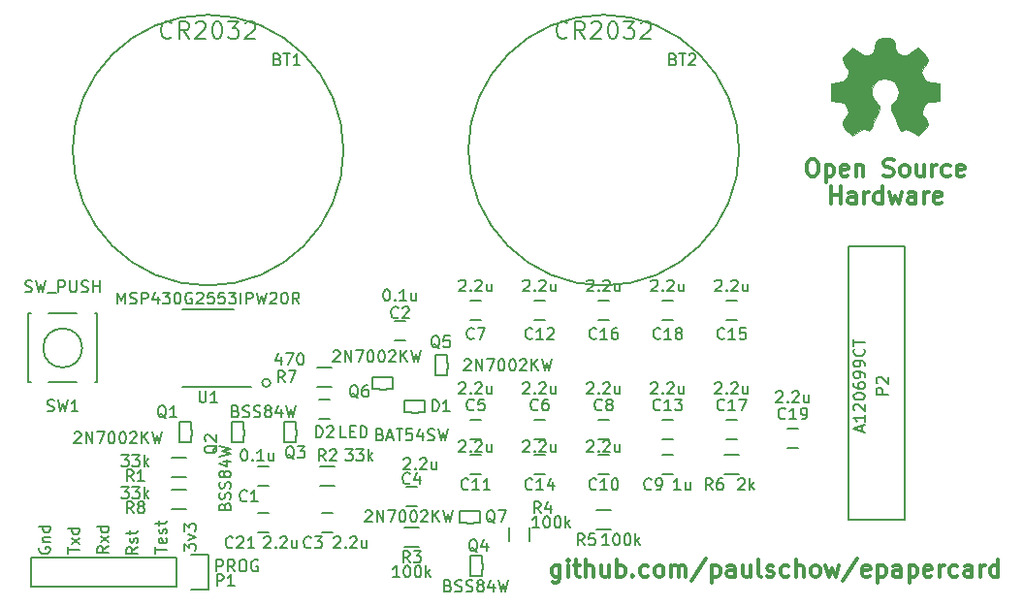
<source format=gto>
G04 #@! TF.FileFunction,Legend,Top*
%FSLAX46Y46*%
G04 Gerber Fmt 4.6, Leading zero omitted, Abs format (unit mm)*
G04 Created by KiCad (PCBNEW 4.0.2+e4-6225~38~ubuntu15.10.1-stable) date Tue 31 May 2016 08:39:03 PM MDT*
%MOMM*%
G01*
G04 APERTURE LIST*
%ADD10C,0.100000*%
%ADD11C,0.300000*%
%ADD12C,0.152400*%
%ADD13C,0.150000*%
%ADD14C,0.010000*%
%ADD15C,0.177800*%
G04 APERTURE END LIST*
D10*
D11*
X72364571Y-78164571D02*
X72364571Y-79378857D01*
X72293142Y-79521714D01*
X72221714Y-79593143D01*
X72078857Y-79664571D01*
X71864571Y-79664571D01*
X71721714Y-79593143D01*
X72364571Y-79093143D02*
X72221714Y-79164571D01*
X71936000Y-79164571D01*
X71793142Y-79093143D01*
X71721714Y-79021714D01*
X71650285Y-78878857D01*
X71650285Y-78450286D01*
X71721714Y-78307429D01*
X71793142Y-78236000D01*
X71936000Y-78164571D01*
X72221714Y-78164571D01*
X72364571Y-78236000D01*
X73078857Y-79164571D02*
X73078857Y-78164571D01*
X73078857Y-77664571D02*
X73007428Y-77736000D01*
X73078857Y-77807429D01*
X73150285Y-77736000D01*
X73078857Y-77664571D01*
X73078857Y-77807429D01*
X73578857Y-78164571D02*
X74150286Y-78164571D01*
X73793143Y-77664571D02*
X73793143Y-78950286D01*
X73864571Y-79093143D01*
X74007429Y-79164571D01*
X74150286Y-79164571D01*
X74650286Y-79164571D02*
X74650286Y-77664571D01*
X75293143Y-79164571D02*
X75293143Y-78378857D01*
X75221714Y-78236000D01*
X75078857Y-78164571D01*
X74864572Y-78164571D01*
X74721714Y-78236000D01*
X74650286Y-78307429D01*
X76650286Y-78164571D02*
X76650286Y-79164571D01*
X76007429Y-78164571D02*
X76007429Y-78950286D01*
X76078857Y-79093143D01*
X76221715Y-79164571D01*
X76436000Y-79164571D01*
X76578857Y-79093143D01*
X76650286Y-79021714D01*
X77364572Y-79164571D02*
X77364572Y-77664571D01*
X77364572Y-78236000D02*
X77507429Y-78164571D01*
X77793143Y-78164571D01*
X77936000Y-78236000D01*
X78007429Y-78307429D01*
X78078858Y-78450286D01*
X78078858Y-78878857D01*
X78007429Y-79021714D01*
X77936000Y-79093143D01*
X77793143Y-79164571D01*
X77507429Y-79164571D01*
X77364572Y-79093143D01*
X78721715Y-79021714D02*
X78793143Y-79093143D01*
X78721715Y-79164571D01*
X78650286Y-79093143D01*
X78721715Y-79021714D01*
X78721715Y-79164571D01*
X80078858Y-79093143D02*
X79936001Y-79164571D01*
X79650287Y-79164571D01*
X79507429Y-79093143D01*
X79436001Y-79021714D01*
X79364572Y-78878857D01*
X79364572Y-78450286D01*
X79436001Y-78307429D01*
X79507429Y-78236000D01*
X79650287Y-78164571D01*
X79936001Y-78164571D01*
X80078858Y-78236000D01*
X80936001Y-79164571D02*
X80793143Y-79093143D01*
X80721715Y-79021714D01*
X80650286Y-78878857D01*
X80650286Y-78450286D01*
X80721715Y-78307429D01*
X80793143Y-78236000D01*
X80936001Y-78164571D01*
X81150286Y-78164571D01*
X81293143Y-78236000D01*
X81364572Y-78307429D01*
X81436001Y-78450286D01*
X81436001Y-78878857D01*
X81364572Y-79021714D01*
X81293143Y-79093143D01*
X81150286Y-79164571D01*
X80936001Y-79164571D01*
X82078858Y-79164571D02*
X82078858Y-78164571D01*
X82078858Y-78307429D02*
X82150286Y-78236000D01*
X82293144Y-78164571D01*
X82507429Y-78164571D01*
X82650286Y-78236000D01*
X82721715Y-78378857D01*
X82721715Y-79164571D01*
X82721715Y-78378857D02*
X82793144Y-78236000D01*
X82936001Y-78164571D01*
X83150286Y-78164571D01*
X83293144Y-78236000D01*
X83364572Y-78378857D01*
X83364572Y-79164571D01*
X85150286Y-77593143D02*
X83864572Y-79521714D01*
X85650287Y-78164571D02*
X85650287Y-79664571D01*
X85650287Y-78236000D02*
X85793144Y-78164571D01*
X86078858Y-78164571D01*
X86221715Y-78236000D01*
X86293144Y-78307429D01*
X86364573Y-78450286D01*
X86364573Y-78878857D01*
X86293144Y-79021714D01*
X86221715Y-79093143D01*
X86078858Y-79164571D01*
X85793144Y-79164571D01*
X85650287Y-79093143D01*
X87650287Y-79164571D02*
X87650287Y-78378857D01*
X87578858Y-78236000D01*
X87436001Y-78164571D01*
X87150287Y-78164571D01*
X87007430Y-78236000D01*
X87650287Y-79093143D02*
X87507430Y-79164571D01*
X87150287Y-79164571D01*
X87007430Y-79093143D01*
X86936001Y-78950286D01*
X86936001Y-78807429D01*
X87007430Y-78664571D01*
X87150287Y-78593143D01*
X87507430Y-78593143D01*
X87650287Y-78521714D01*
X89007430Y-78164571D02*
X89007430Y-79164571D01*
X88364573Y-78164571D02*
X88364573Y-78950286D01*
X88436001Y-79093143D01*
X88578859Y-79164571D01*
X88793144Y-79164571D01*
X88936001Y-79093143D01*
X89007430Y-79021714D01*
X89936002Y-79164571D02*
X89793144Y-79093143D01*
X89721716Y-78950286D01*
X89721716Y-77664571D01*
X90436001Y-79093143D02*
X90578858Y-79164571D01*
X90864573Y-79164571D01*
X91007430Y-79093143D01*
X91078858Y-78950286D01*
X91078858Y-78878857D01*
X91007430Y-78736000D01*
X90864573Y-78664571D01*
X90650287Y-78664571D01*
X90507430Y-78593143D01*
X90436001Y-78450286D01*
X90436001Y-78378857D01*
X90507430Y-78236000D01*
X90650287Y-78164571D01*
X90864573Y-78164571D01*
X91007430Y-78236000D01*
X92364573Y-79093143D02*
X92221716Y-79164571D01*
X91936002Y-79164571D01*
X91793144Y-79093143D01*
X91721716Y-79021714D01*
X91650287Y-78878857D01*
X91650287Y-78450286D01*
X91721716Y-78307429D01*
X91793144Y-78236000D01*
X91936002Y-78164571D01*
X92221716Y-78164571D01*
X92364573Y-78236000D01*
X93007430Y-79164571D02*
X93007430Y-77664571D01*
X93650287Y-79164571D02*
X93650287Y-78378857D01*
X93578858Y-78236000D01*
X93436001Y-78164571D01*
X93221716Y-78164571D01*
X93078858Y-78236000D01*
X93007430Y-78307429D01*
X94578859Y-79164571D02*
X94436001Y-79093143D01*
X94364573Y-79021714D01*
X94293144Y-78878857D01*
X94293144Y-78450286D01*
X94364573Y-78307429D01*
X94436001Y-78236000D01*
X94578859Y-78164571D01*
X94793144Y-78164571D01*
X94936001Y-78236000D01*
X95007430Y-78307429D01*
X95078859Y-78450286D01*
X95078859Y-78878857D01*
X95007430Y-79021714D01*
X94936001Y-79093143D01*
X94793144Y-79164571D01*
X94578859Y-79164571D01*
X95578859Y-78164571D02*
X95864573Y-79164571D01*
X96150287Y-78450286D01*
X96436002Y-79164571D01*
X96721716Y-78164571D01*
X98364573Y-77593143D02*
X97078859Y-79521714D01*
X99436002Y-79093143D02*
X99293145Y-79164571D01*
X99007431Y-79164571D01*
X98864574Y-79093143D01*
X98793145Y-78950286D01*
X98793145Y-78378857D01*
X98864574Y-78236000D01*
X99007431Y-78164571D01*
X99293145Y-78164571D01*
X99436002Y-78236000D01*
X99507431Y-78378857D01*
X99507431Y-78521714D01*
X98793145Y-78664571D01*
X100150288Y-78164571D02*
X100150288Y-79664571D01*
X100150288Y-78236000D02*
X100293145Y-78164571D01*
X100578859Y-78164571D01*
X100721716Y-78236000D01*
X100793145Y-78307429D01*
X100864574Y-78450286D01*
X100864574Y-78878857D01*
X100793145Y-79021714D01*
X100721716Y-79093143D01*
X100578859Y-79164571D01*
X100293145Y-79164571D01*
X100150288Y-79093143D01*
X102150288Y-79164571D02*
X102150288Y-78378857D01*
X102078859Y-78236000D01*
X101936002Y-78164571D01*
X101650288Y-78164571D01*
X101507431Y-78236000D01*
X102150288Y-79093143D02*
X102007431Y-79164571D01*
X101650288Y-79164571D01*
X101507431Y-79093143D01*
X101436002Y-78950286D01*
X101436002Y-78807429D01*
X101507431Y-78664571D01*
X101650288Y-78593143D01*
X102007431Y-78593143D01*
X102150288Y-78521714D01*
X102864574Y-78164571D02*
X102864574Y-79664571D01*
X102864574Y-78236000D02*
X103007431Y-78164571D01*
X103293145Y-78164571D01*
X103436002Y-78236000D01*
X103507431Y-78307429D01*
X103578860Y-78450286D01*
X103578860Y-78878857D01*
X103507431Y-79021714D01*
X103436002Y-79093143D01*
X103293145Y-79164571D01*
X103007431Y-79164571D01*
X102864574Y-79093143D01*
X104793145Y-79093143D02*
X104650288Y-79164571D01*
X104364574Y-79164571D01*
X104221717Y-79093143D01*
X104150288Y-78950286D01*
X104150288Y-78378857D01*
X104221717Y-78236000D01*
X104364574Y-78164571D01*
X104650288Y-78164571D01*
X104793145Y-78236000D01*
X104864574Y-78378857D01*
X104864574Y-78521714D01*
X104150288Y-78664571D01*
X105507431Y-79164571D02*
X105507431Y-78164571D01*
X105507431Y-78450286D02*
X105578859Y-78307429D01*
X105650288Y-78236000D01*
X105793145Y-78164571D01*
X105936002Y-78164571D01*
X107078859Y-79093143D02*
X106936002Y-79164571D01*
X106650288Y-79164571D01*
X106507430Y-79093143D01*
X106436002Y-79021714D01*
X106364573Y-78878857D01*
X106364573Y-78450286D01*
X106436002Y-78307429D01*
X106507430Y-78236000D01*
X106650288Y-78164571D01*
X106936002Y-78164571D01*
X107078859Y-78236000D01*
X108364573Y-79164571D02*
X108364573Y-78378857D01*
X108293144Y-78236000D01*
X108150287Y-78164571D01*
X107864573Y-78164571D01*
X107721716Y-78236000D01*
X108364573Y-79093143D02*
X108221716Y-79164571D01*
X107864573Y-79164571D01*
X107721716Y-79093143D01*
X107650287Y-78950286D01*
X107650287Y-78807429D01*
X107721716Y-78664571D01*
X107864573Y-78593143D01*
X108221716Y-78593143D01*
X108364573Y-78521714D01*
X109078859Y-79164571D02*
X109078859Y-78164571D01*
X109078859Y-78450286D02*
X109150287Y-78307429D01*
X109221716Y-78236000D01*
X109364573Y-78164571D01*
X109507430Y-78164571D01*
X110650287Y-79164571D02*
X110650287Y-77664571D01*
X110650287Y-79093143D02*
X110507430Y-79164571D01*
X110221716Y-79164571D01*
X110078858Y-79093143D01*
X110007430Y-79021714D01*
X109936001Y-78878857D01*
X109936001Y-78450286D01*
X110007430Y-78307429D01*
X110078858Y-78236000D01*
X110221716Y-78164571D01*
X110507430Y-78164571D01*
X110650287Y-78236000D01*
X94302286Y-42682571D02*
X94588000Y-42682571D01*
X94730858Y-42754000D01*
X94873715Y-42896857D01*
X94945143Y-43182571D01*
X94945143Y-43682571D01*
X94873715Y-43968286D01*
X94730858Y-44111143D01*
X94588000Y-44182571D01*
X94302286Y-44182571D01*
X94159429Y-44111143D01*
X94016572Y-43968286D01*
X93945143Y-43682571D01*
X93945143Y-43182571D01*
X94016572Y-42896857D01*
X94159429Y-42754000D01*
X94302286Y-42682571D01*
X95588001Y-43182571D02*
X95588001Y-44682571D01*
X95588001Y-43254000D02*
X95730858Y-43182571D01*
X96016572Y-43182571D01*
X96159429Y-43254000D01*
X96230858Y-43325429D01*
X96302287Y-43468286D01*
X96302287Y-43896857D01*
X96230858Y-44039714D01*
X96159429Y-44111143D01*
X96016572Y-44182571D01*
X95730858Y-44182571D01*
X95588001Y-44111143D01*
X97516572Y-44111143D02*
X97373715Y-44182571D01*
X97088001Y-44182571D01*
X96945144Y-44111143D01*
X96873715Y-43968286D01*
X96873715Y-43396857D01*
X96945144Y-43254000D01*
X97088001Y-43182571D01*
X97373715Y-43182571D01*
X97516572Y-43254000D01*
X97588001Y-43396857D01*
X97588001Y-43539714D01*
X96873715Y-43682571D01*
X98230858Y-43182571D02*
X98230858Y-44182571D01*
X98230858Y-43325429D02*
X98302286Y-43254000D01*
X98445144Y-43182571D01*
X98659429Y-43182571D01*
X98802286Y-43254000D01*
X98873715Y-43396857D01*
X98873715Y-44182571D01*
X100659429Y-44111143D02*
X100873715Y-44182571D01*
X101230858Y-44182571D01*
X101373715Y-44111143D01*
X101445144Y-44039714D01*
X101516572Y-43896857D01*
X101516572Y-43754000D01*
X101445144Y-43611143D01*
X101373715Y-43539714D01*
X101230858Y-43468286D01*
X100945144Y-43396857D01*
X100802286Y-43325429D01*
X100730858Y-43254000D01*
X100659429Y-43111143D01*
X100659429Y-42968286D01*
X100730858Y-42825429D01*
X100802286Y-42754000D01*
X100945144Y-42682571D01*
X101302286Y-42682571D01*
X101516572Y-42754000D01*
X102373715Y-44182571D02*
X102230857Y-44111143D01*
X102159429Y-44039714D01*
X102088000Y-43896857D01*
X102088000Y-43468286D01*
X102159429Y-43325429D01*
X102230857Y-43254000D01*
X102373715Y-43182571D01*
X102588000Y-43182571D01*
X102730857Y-43254000D01*
X102802286Y-43325429D01*
X102873715Y-43468286D01*
X102873715Y-43896857D01*
X102802286Y-44039714D01*
X102730857Y-44111143D01*
X102588000Y-44182571D01*
X102373715Y-44182571D01*
X104159429Y-43182571D02*
X104159429Y-44182571D01*
X103516572Y-43182571D02*
X103516572Y-43968286D01*
X103588000Y-44111143D01*
X103730858Y-44182571D01*
X103945143Y-44182571D01*
X104088000Y-44111143D01*
X104159429Y-44039714D01*
X104873715Y-44182571D02*
X104873715Y-43182571D01*
X104873715Y-43468286D02*
X104945143Y-43325429D01*
X105016572Y-43254000D01*
X105159429Y-43182571D01*
X105302286Y-43182571D01*
X106445143Y-44111143D02*
X106302286Y-44182571D01*
X106016572Y-44182571D01*
X105873714Y-44111143D01*
X105802286Y-44039714D01*
X105730857Y-43896857D01*
X105730857Y-43468286D01*
X105802286Y-43325429D01*
X105873714Y-43254000D01*
X106016572Y-43182571D01*
X106302286Y-43182571D01*
X106445143Y-43254000D01*
X107659428Y-44111143D02*
X107516571Y-44182571D01*
X107230857Y-44182571D01*
X107088000Y-44111143D01*
X107016571Y-43968286D01*
X107016571Y-43396857D01*
X107088000Y-43254000D01*
X107230857Y-43182571D01*
X107516571Y-43182571D01*
X107659428Y-43254000D01*
X107730857Y-43396857D01*
X107730857Y-43539714D01*
X107016571Y-43682571D01*
X96016572Y-46582571D02*
X96016572Y-45082571D01*
X96016572Y-45796857D02*
X96873715Y-45796857D01*
X96873715Y-46582571D02*
X96873715Y-45082571D01*
X98230858Y-46582571D02*
X98230858Y-45796857D01*
X98159429Y-45654000D01*
X98016572Y-45582571D01*
X97730858Y-45582571D01*
X97588001Y-45654000D01*
X98230858Y-46511143D02*
X98088001Y-46582571D01*
X97730858Y-46582571D01*
X97588001Y-46511143D01*
X97516572Y-46368286D01*
X97516572Y-46225429D01*
X97588001Y-46082571D01*
X97730858Y-46011143D01*
X98088001Y-46011143D01*
X98230858Y-45939714D01*
X98945144Y-46582571D02*
X98945144Y-45582571D01*
X98945144Y-45868286D02*
X99016572Y-45725429D01*
X99088001Y-45654000D01*
X99230858Y-45582571D01*
X99373715Y-45582571D01*
X100516572Y-46582571D02*
X100516572Y-45082571D01*
X100516572Y-46511143D02*
X100373715Y-46582571D01*
X100088001Y-46582571D01*
X99945143Y-46511143D01*
X99873715Y-46439714D01*
X99802286Y-46296857D01*
X99802286Y-45868286D01*
X99873715Y-45725429D01*
X99945143Y-45654000D01*
X100088001Y-45582571D01*
X100373715Y-45582571D01*
X100516572Y-45654000D01*
X101088001Y-45582571D02*
X101373715Y-46582571D01*
X101659429Y-45868286D01*
X101945144Y-46582571D01*
X102230858Y-45582571D01*
X103445144Y-46582571D02*
X103445144Y-45796857D01*
X103373715Y-45654000D01*
X103230858Y-45582571D01*
X102945144Y-45582571D01*
X102802287Y-45654000D01*
X103445144Y-46511143D02*
X103302287Y-46582571D01*
X102945144Y-46582571D01*
X102802287Y-46511143D01*
X102730858Y-46368286D01*
X102730858Y-46225429D01*
X102802287Y-46082571D01*
X102945144Y-46011143D01*
X103302287Y-46011143D01*
X103445144Y-45939714D01*
X104159430Y-46582571D02*
X104159430Y-45582571D01*
X104159430Y-45868286D02*
X104230858Y-45725429D01*
X104302287Y-45654000D01*
X104445144Y-45582571D01*
X104588001Y-45582571D01*
X105659429Y-46511143D02*
X105516572Y-46582571D01*
X105230858Y-46582571D01*
X105088001Y-46511143D01*
X105016572Y-46368286D01*
X105016572Y-45796857D01*
X105088001Y-45654000D01*
X105230858Y-45582571D01*
X105516572Y-45582571D01*
X105659429Y-45654000D01*
X105730858Y-45796857D01*
X105730858Y-45939714D01*
X105016572Y-46082571D01*
D12*
X39575619Y-76901523D02*
X39575619Y-76272571D01*
X39962667Y-76611237D01*
X39962667Y-76466095D01*
X40011048Y-76369333D01*
X40059429Y-76320952D01*
X40156190Y-76272571D01*
X40398095Y-76272571D01*
X40494857Y-76320952D01*
X40543238Y-76369333D01*
X40591619Y-76466095D01*
X40591619Y-76756380D01*
X40543238Y-76853142D01*
X40494857Y-76901523D01*
X39914286Y-75933904D02*
X40591619Y-75691999D01*
X39914286Y-75450095D01*
X39575619Y-75159809D02*
X39575619Y-74530857D01*
X39962667Y-74869523D01*
X39962667Y-74724381D01*
X40011048Y-74627619D01*
X40059429Y-74579238D01*
X40156190Y-74530857D01*
X40398095Y-74530857D01*
X40494857Y-74579238D01*
X40543238Y-74627619D01*
X40591619Y-74724381D01*
X40591619Y-75014666D01*
X40543238Y-75111428D01*
X40494857Y-75159809D01*
X37035619Y-77119237D02*
X37035619Y-76538666D01*
X38051619Y-76828951D02*
X37035619Y-76828951D01*
X38003238Y-75812952D02*
X38051619Y-75909714D01*
X38051619Y-76103237D01*
X38003238Y-76199999D01*
X37906476Y-76248380D01*
X37519429Y-76248380D01*
X37422667Y-76199999D01*
X37374286Y-76103237D01*
X37374286Y-75909714D01*
X37422667Y-75812952D01*
X37519429Y-75764571D01*
X37616190Y-75764571D01*
X37712952Y-76248380D01*
X38003238Y-75377523D02*
X38051619Y-75280761D01*
X38051619Y-75087237D01*
X38003238Y-74990476D01*
X37906476Y-74942095D01*
X37858095Y-74942095D01*
X37761333Y-74990476D01*
X37712952Y-75087237D01*
X37712952Y-75232380D01*
X37664571Y-75329142D01*
X37567810Y-75377523D01*
X37519429Y-75377523D01*
X37422667Y-75329142D01*
X37374286Y-75232380D01*
X37374286Y-75087237D01*
X37422667Y-74990476D01*
X37374286Y-74651809D02*
X37374286Y-74264761D01*
X37035619Y-74506666D02*
X37906476Y-74506666D01*
X38003238Y-74458285D01*
X38051619Y-74361523D01*
X38051619Y-74264761D01*
X35511619Y-76587047D02*
X35027810Y-76925713D01*
X35511619Y-77167618D02*
X34495619Y-77167618D01*
X34495619Y-76780571D01*
X34544000Y-76683809D01*
X34592381Y-76635428D01*
X34689143Y-76587047D01*
X34834286Y-76587047D01*
X34931048Y-76635428D01*
X34979429Y-76683809D01*
X35027810Y-76780571D01*
X35027810Y-77167618D01*
X35463238Y-76199999D02*
X35511619Y-76103237D01*
X35511619Y-75909713D01*
X35463238Y-75812952D01*
X35366476Y-75764571D01*
X35318095Y-75764571D01*
X35221333Y-75812952D01*
X35172952Y-75909713D01*
X35172952Y-76054856D01*
X35124571Y-76151618D01*
X35027810Y-76199999D01*
X34979429Y-76199999D01*
X34882667Y-76151618D01*
X34834286Y-76054856D01*
X34834286Y-75909713D01*
X34882667Y-75812952D01*
X34834286Y-75474285D02*
X34834286Y-75087237D01*
X34495619Y-75329142D02*
X35366476Y-75329142D01*
X35463238Y-75280761D01*
X35511619Y-75183999D01*
X35511619Y-75087237D01*
X32971619Y-76502381D02*
X32487810Y-76841047D01*
X32971619Y-77082952D02*
X31955619Y-77082952D01*
X31955619Y-76695905D01*
X32004000Y-76599143D01*
X32052381Y-76550762D01*
X32149143Y-76502381D01*
X32294286Y-76502381D01*
X32391048Y-76550762D01*
X32439429Y-76599143D01*
X32487810Y-76695905D01*
X32487810Y-77082952D01*
X32971619Y-76163714D02*
X32294286Y-75631524D01*
X32294286Y-76163714D02*
X32971619Y-75631524D01*
X32971619Y-74809048D02*
X31955619Y-74809048D01*
X32923238Y-74809048D02*
X32971619Y-74905810D01*
X32971619Y-75099333D01*
X32923238Y-75196095D01*
X32874857Y-75244476D01*
X32778095Y-75292857D01*
X32487810Y-75292857D01*
X32391048Y-75244476D01*
X32342667Y-75196095D01*
X32294286Y-75099333D01*
X32294286Y-74905810D01*
X32342667Y-74809048D01*
X29415619Y-77107142D02*
X29415619Y-76526571D01*
X30431619Y-76816856D02*
X29415619Y-76816856D01*
X30431619Y-76284666D02*
X29754286Y-75752476D01*
X29754286Y-76284666D02*
X30431619Y-75752476D01*
X30431619Y-74930000D02*
X29415619Y-74930000D01*
X30383238Y-74930000D02*
X30431619Y-75026762D01*
X30431619Y-75220285D01*
X30383238Y-75317047D01*
X30334857Y-75365428D01*
X30238095Y-75413809D01*
X29947810Y-75413809D01*
X29851048Y-75365428D01*
X29802667Y-75317047D01*
X29754286Y-75220285D01*
X29754286Y-75026762D01*
X29802667Y-74930000D01*
X26924000Y-76599143D02*
X26875619Y-76695905D01*
X26875619Y-76841048D01*
X26924000Y-76986190D01*
X27020762Y-77082952D01*
X27117524Y-77131333D01*
X27311048Y-77179714D01*
X27456190Y-77179714D01*
X27649714Y-77131333D01*
X27746476Y-77082952D01*
X27843238Y-76986190D01*
X27891619Y-76841048D01*
X27891619Y-76744286D01*
X27843238Y-76599143D01*
X27794857Y-76550762D01*
X27456190Y-76550762D01*
X27456190Y-76744286D01*
X27214286Y-76115333D02*
X27891619Y-76115333D01*
X27311048Y-76115333D02*
X27262667Y-76066952D01*
X27214286Y-75970190D01*
X27214286Y-75825048D01*
X27262667Y-75728286D01*
X27359429Y-75679905D01*
X27891619Y-75679905D01*
X27891619Y-74760667D02*
X26875619Y-74760667D01*
X27843238Y-74760667D02*
X27891619Y-74857429D01*
X27891619Y-75050952D01*
X27843238Y-75147714D01*
X27794857Y-75196095D01*
X27698095Y-75244476D01*
X27407810Y-75244476D01*
X27311048Y-75196095D01*
X27262667Y-75147714D01*
X27214286Y-75050952D01*
X27214286Y-74857429D01*
X27262667Y-74760667D01*
D13*
X47095210Y-62230000D02*
G75*
G03X47095210Y-62230000I-359210J0D01*
G01*
X43881000Y-55807000D02*
X39431000Y-55807000D01*
X45406000Y-62557000D02*
X39431000Y-62557000D01*
X88021697Y-41910000D02*
G75*
G03X88021697Y-41910000I-11821697J0D01*
G01*
X45982000Y-75272000D02*
X46982000Y-75272000D01*
X46982000Y-73572000D02*
X45982000Y-73572000D01*
X52316000Y-63666000D02*
X51316000Y-63666000D01*
X51316000Y-65366000D02*
X52316000Y-65366000D01*
X51216000Y-60847000D02*
X52416000Y-60847000D01*
X52416000Y-62597000D02*
X51216000Y-62597000D01*
X39716000Y-73265000D02*
X38516000Y-73265000D01*
X38516000Y-71515000D02*
X39716000Y-71515000D01*
X31956000Y-62182000D02*
X31756000Y-62182000D01*
X25956000Y-62182000D02*
X26156000Y-62182000D01*
X25956000Y-56182000D02*
X26156000Y-56182000D01*
X31956000Y-56182000D02*
X31756000Y-56182000D01*
X30156000Y-56182000D02*
X27756000Y-56182000D01*
X30156000Y-62182000D02*
X27756000Y-62182000D01*
X31956000Y-62182000D02*
X31956000Y-56182000D01*
X25956000Y-56182000D02*
X25956000Y-62182000D01*
X30656000Y-59182000D02*
G75*
G03X30656000Y-59182000I-1700000J0D01*
G01*
X53477697Y-41910000D02*
G75*
G03X53477697Y-41910000I-11821697J0D01*
G01*
X45982000Y-71208000D02*
X46982000Y-71208000D01*
X46982000Y-69508000D02*
X45982000Y-69508000D01*
X57920000Y-58508000D02*
X58920000Y-58508000D01*
X58920000Y-56808000D02*
X57920000Y-56808000D01*
X52570000Y-73572000D02*
X51570000Y-73572000D01*
X51570000Y-75272000D02*
X52570000Y-75272000D01*
X58936000Y-72986000D02*
X59936000Y-72986000D01*
X59936000Y-71286000D02*
X58936000Y-71286000D01*
X65524000Y-65444000D02*
X64524000Y-65444000D01*
X64524000Y-67144000D02*
X65524000Y-67144000D01*
X71112000Y-65444000D02*
X70112000Y-65444000D01*
X70112000Y-67144000D02*
X71112000Y-67144000D01*
X64524000Y-56730000D02*
X65524000Y-56730000D01*
X65524000Y-55030000D02*
X64524000Y-55030000D01*
X76700000Y-65444000D02*
X75700000Y-65444000D01*
X75700000Y-67144000D02*
X76700000Y-67144000D01*
X81288000Y-70192000D02*
X82288000Y-70192000D01*
X82288000Y-68492000D02*
X81288000Y-68492000D01*
X75700000Y-70192000D02*
X76700000Y-70192000D01*
X76700000Y-68492000D02*
X75700000Y-68492000D01*
X64524000Y-70192000D02*
X65524000Y-70192000D01*
X65524000Y-68492000D02*
X64524000Y-68492000D01*
X70112000Y-56730000D02*
X71112000Y-56730000D01*
X71112000Y-55030000D02*
X70112000Y-55030000D01*
X82288000Y-65444000D02*
X81288000Y-65444000D01*
X81288000Y-67144000D02*
X82288000Y-67144000D01*
X70112000Y-70192000D02*
X71112000Y-70192000D01*
X71112000Y-68492000D02*
X70112000Y-68492000D01*
X86876000Y-56730000D02*
X87876000Y-56730000D01*
X87876000Y-55030000D02*
X86876000Y-55030000D01*
X75700000Y-56730000D02*
X76700000Y-56730000D01*
X76700000Y-55030000D02*
X75700000Y-55030000D01*
X87876000Y-65444000D02*
X86876000Y-65444000D01*
X86876000Y-67144000D02*
X87876000Y-67144000D01*
X81288000Y-56730000D02*
X82288000Y-56730000D01*
X82288000Y-55030000D02*
X81288000Y-55030000D01*
X93210000Y-66206000D02*
X92210000Y-66206000D01*
X92210000Y-67906000D02*
X93210000Y-67906000D01*
X59944000Y-64770000D02*
X60579000Y-64770000D01*
X60579000Y-64770000D02*
X60579000Y-63754000D01*
X58801000Y-63754000D02*
X58801000Y-64770000D01*
X58801000Y-64770000D02*
X59436000Y-64770000D01*
X59944000Y-64897000D02*
X59944000Y-64770000D01*
X59436000Y-64770000D02*
X59436000Y-64897000D01*
X60579000Y-63754000D02*
X58801000Y-63754000D01*
X59436000Y-64897000D02*
X59944000Y-64897000D01*
X40132000Y-66294000D02*
X40132000Y-65659000D01*
X40132000Y-65659000D02*
X39116000Y-65659000D01*
X39116000Y-67437000D02*
X40132000Y-67437000D01*
X40132000Y-67437000D02*
X40132000Y-66802000D01*
X40259000Y-66294000D02*
X40132000Y-66294000D01*
X40132000Y-66802000D02*
X40259000Y-66802000D01*
X39116000Y-65659000D02*
X39116000Y-67437000D01*
X40259000Y-66802000D02*
X40259000Y-66294000D01*
X44704000Y-66294000D02*
X44704000Y-65659000D01*
X44704000Y-65659000D02*
X43688000Y-65659000D01*
X43688000Y-67437000D02*
X44704000Y-67437000D01*
X44704000Y-67437000D02*
X44704000Y-66802000D01*
X44831000Y-66294000D02*
X44704000Y-66294000D01*
X44704000Y-66802000D02*
X44831000Y-66802000D01*
X43688000Y-65659000D02*
X43688000Y-67437000D01*
X44831000Y-66802000D02*
X44831000Y-66294000D01*
X49276000Y-66294000D02*
X49276000Y-65659000D01*
X49276000Y-65659000D02*
X48260000Y-65659000D01*
X48260000Y-67437000D02*
X49276000Y-67437000D01*
X49276000Y-67437000D02*
X49276000Y-66802000D01*
X49403000Y-66294000D02*
X49276000Y-66294000D01*
X49276000Y-66802000D02*
X49403000Y-66802000D01*
X48260000Y-65659000D02*
X48260000Y-67437000D01*
X49403000Y-66802000D02*
X49403000Y-66294000D01*
X65532000Y-77978000D02*
X65532000Y-77343000D01*
X65532000Y-77343000D02*
X64516000Y-77343000D01*
X64516000Y-79121000D02*
X65532000Y-79121000D01*
X65532000Y-79121000D02*
X65532000Y-78486000D01*
X65659000Y-77978000D02*
X65532000Y-77978000D01*
X65532000Y-78486000D02*
X65659000Y-78486000D01*
X64516000Y-77343000D02*
X64516000Y-79121000D01*
X65659000Y-78486000D02*
X65659000Y-77978000D01*
X62484000Y-60452000D02*
X62484000Y-59817000D01*
X62484000Y-59817000D02*
X61468000Y-59817000D01*
X61468000Y-61595000D02*
X62484000Y-61595000D01*
X62484000Y-61595000D02*
X62484000Y-60960000D01*
X62611000Y-60452000D02*
X62484000Y-60452000D01*
X62484000Y-60960000D02*
X62611000Y-60960000D01*
X61468000Y-59817000D02*
X61468000Y-61595000D01*
X62611000Y-60960000D02*
X62611000Y-60452000D01*
X57150000Y-62738000D02*
X57785000Y-62738000D01*
X57785000Y-62738000D02*
X57785000Y-61722000D01*
X56007000Y-61722000D02*
X56007000Y-62738000D01*
X56007000Y-62738000D02*
X56642000Y-62738000D01*
X57150000Y-62865000D02*
X57150000Y-62738000D01*
X56642000Y-62738000D02*
X56642000Y-62865000D01*
X57785000Y-61722000D02*
X56007000Y-61722000D01*
X56642000Y-62865000D02*
X57150000Y-62865000D01*
X64770000Y-74422000D02*
X65405000Y-74422000D01*
X65405000Y-74422000D02*
X65405000Y-73406000D01*
X63627000Y-73406000D02*
X63627000Y-74422000D01*
X63627000Y-74422000D02*
X64262000Y-74422000D01*
X64770000Y-74549000D02*
X64770000Y-74422000D01*
X64262000Y-74422000D02*
X64262000Y-74549000D01*
X65405000Y-73406000D02*
X63627000Y-73406000D01*
X64262000Y-74549000D02*
X64770000Y-74549000D01*
X38516000Y-68721000D02*
X39716000Y-68721000D01*
X39716000Y-70471000D02*
X38516000Y-70471000D01*
X52670000Y-71233000D02*
X51470000Y-71233000D01*
X51470000Y-69483000D02*
X52670000Y-69483000D01*
X58836000Y-74817000D02*
X60036000Y-74817000D01*
X60036000Y-76567000D02*
X58836000Y-76567000D01*
X69709000Y-74838000D02*
X69709000Y-76038000D01*
X67959000Y-76038000D02*
X67959000Y-74838000D01*
X75600000Y-73293000D02*
X76800000Y-73293000D01*
X76800000Y-75043000D02*
X75600000Y-75043000D01*
X86776000Y-68467000D02*
X87976000Y-68467000D01*
X87976000Y-70217000D02*
X86776000Y-70217000D01*
X38862000Y-80010000D02*
X26162000Y-80010000D01*
X26162000Y-80010000D02*
X26162000Y-77470000D01*
X26162000Y-77470000D02*
X38862000Y-77470000D01*
X41682000Y-80290000D02*
X40132000Y-80290000D01*
X38862000Y-80010000D02*
X38862000Y-77470000D01*
X40132000Y-77190000D02*
X41682000Y-77190000D01*
X41682000Y-77190000D02*
X41682000Y-80290000D01*
X98954000Y-50284000D02*
X102454000Y-50284000D01*
X102454000Y-50284000D02*
X102454000Y-74184000D01*
X102454000Y-74184000D02*
X99054000Y-74184000D01*
X99054000Y-74184000D02*
X98854000Y-74184000D01*
X98854000Y-74184000D02*
X98754000Y-74184000D01*
X97554000Y-74184000D02*
X97554000Y-50984000D01*
X97554000Y-51084000D02*
X97554000Y-50284000D01*
X97554000Y-50284000D02*
X98954000Y-50284000D01*
X97554000Y-74184000D02*
X98954000Y-74184000D01*
D14*
G36*
X101155705Y-32138421D02*
X101382109Y-32197454D01*
X101511891Y-32363253D01*
X101603227Y-32690971D01*
X101660256Y-32970706D01*
X101842849Y-33351559D01*
X102056713Y-33510456D01*
X102335135Y-33620229D01*
X102554418Y-33629901D01*
X102806617Y-33522936D01*
X103131650Y-33317362D01*
X103641854Y-32979725D01*
X104081427Y-33405775D01*
X104387387Y-33739307D01*
X104496144Y-34005025D01*
X104415739Y-34284758D01*
X104198965Y-34602156D01*
X104001229Y-34881588D01*
X103946189Y-35080821D01*
X104019093Y-35318970D01*
X104091056Y-35473390D01*
X104254148Y-35754109D01*
X104457636Y-35905723D01*
X104795654Y-35988762D01*
X104921091Y-36007125D01*
X105537000Y-36091834D01*
X105537000Y-37568165D01*
X104917416Y-37653379D01*
X104534660Y-37723585D01*
X104316501Y-37839329D01*
X104174057Y-38062407D01*
X104111089Y-38213995D01*
X104002193Y-38535567D01*
X104013692Y-38750905D01*
X104162020Y-38985527D01*
X104222042Y-39061448D01*
X104451613Y-39409820D01*
X104489214Y-39696559D01*
X104326315Y-39994045D01*
X104081427Y-40254224D01*
X103641854Y-40680274D01*
X103126699Y-40339361D01*
X102772919Y-40133794D01*
X102531066Y-40078767D01*
X102367479Y-40129067D01*
X102244775Y-40193121D01*
X102152733Y-40203204D01*
X102064409Y-40122240D01*
X101952855Y-39913156D01*
X101791127Y-39538876D01*
X101595799Y-39067306D01*
X101397401Y-38581558D01*
X101289113Y-38274495D01*
X101263680Y-38090203D01*
X101313845Y-37972769D01*
X101432352Y-37866281D01*
X101439230Y-37860806D01*
X101803551Y-37440879D01*
X101968188Y-36956971D01*
X101925711Y-36470892D01*
X101668692Y-36044452D01*
X101658759Y-36034396D01*
X101183041Y-35701916D01*
X100687265Y-35618722D01*
X100196448Y-35784132D01*
X99834195Y-36084167D01*
X99609232Y-36495503D01*
X99587307Y-36974831D01*
X99757690Y-37452963D01*
X100109649Y-37860711D01*
X100109769Y-37860806D01*
X100231204Y-37968123D01*
X100284626Y-38083850D01*
X100262778Y-38263899D01*
X100158406Y-38564183D01*
X99964253Y-39040614D01*
X99953200Y-39067306D01*
X99728186Y-39609810D01*
X99576044Y-39955815D01*
X99469749Y-40142349D01*
X99382273Y-40206444D01*
X99286592Y-40185129D01*
X99179201Y-40127826D01*
X98967480Y-40074967D01*
X98710389Y-40161816D01*
X98458928Y-40317983D01*
X98158955Y-40511814D01*
X97952912Y-40626567D01*
X97912432Y-40640000D01*
X97788496Y-40556807D01*
X97558515Y-40346325D01*
X97433913Y-40221203D01*
X97141812Y-39873965D01*
X97050169Y-39594477D01*
X97151746Y-39304275D01*
X97326957Y-39061448D01*
X97511851Y-38802552D01*
X97555831Y-38594143D01*
X97475331Y-38310704D01*
X97437910Y-38213995D01*
X97300547Y-37922577D01*
X97127400Y-37766258D01*
X96829587Y-37683238D01*
X96631583Y-37653379D01*
X96012000Y-37568165D01*
X96012000Y-36091834D01*
X96627908Y-36007125D01*
X97017932Y-35932176D01*
X97248218Y-35804861D01*
X97412899Y-35564650D01*
X97457943Y-35473390D01*
X97584451Y-35177741D01*
X97589764Y-34975488D01*
X97459127Y-34747520D01*
X97350034Y-34602156D01*
X97112031Y-34243977D01*
X97056217Y-33970802D01*
X97190631Y-33700803D01*
X97467572Y-33405775D01*
X97907145Y-32979725D01*
X98417349Y-33317362D01*
X98775657Y-33541513D01*
X99019469Y-33634372D01*
X99240840Y-33612476D01*
X99492286Y-33510456D01*
X99784435Y-33244979D01*
X99888743Y-32970706D01*
X99984170Y-32526275D01*
X100084949Y-32275135D01*
X100249256Y-32162134D01*
X100535272Y-32132118D01*
X100774499Y-32131000D01*
X101155705Y-32138421D01*
X101155705Y-32138421D01*
G37*
X101155705Y-32138421D02*
X101382109Y-32197454D01*
X101511891Y-32363253D01*
X101603227Y-32690971D01*
X101660256Y-32970706D01*
X101842849Y-33351559D01*
X102056713Y-33510456D01*
X102335135Y-33620229D01*
X102554418Y-33629901D01*
X102806617Y-33522936D01*
X103131650Y-33317362D01*
X103641854Y-32979725D01*
X104081427Y-33405775D01*
X104387387Y-33739307D01*
X104496144Y-34005025D01*
X104415739Y-34284758D01*
X104198965Y-34602156D01*
X104001229Y-34881588D01*
X103946189Y-35080821D01*
X104019093Y-35318970D01*
X104091056Y-35473390D01*
X104254148Y-35754109D01*
X104457636Y-35905723D01*
X104795654Y-35988762D01*
X104921091Y-36007125D01*
X105537000Y-36091834D01*
X105537000Y-37568165D01*
X104917416Y-37653379D01*
X104534660Y-37723585D01*
X104316501Y-37839329D01*
X104174057Y-38062407D01*
X104111089Y-38213995D01*
X104002193Y-38535567D01*
X104013692Y-38750905D01*
X104162020Y-38985527D01*
X104222042Y-39061448D01*
X104451613Y-39409820D01*
X104489214Y-39696559D01*
X104326315Y-39994045D01*
X104081427Y-40254224D01*
X103641854Y-40680274D01*
X103126699Y-40339361D01*
X102772919Y-40133794D01*
X102531066Y-40078767D01*
X102367479Y-40129067D01*
X102244775Y-40193121D01*
X102152733Y-40203204D01*
X102064409Y-40122240D01*
X101952855Y-39913156D01*
X101791127Y-39538876D01*
X101595799Y-39067306D01*
X101397401Y-38581558D01*
X101289113Y-38274495D01*
X101263680Y-38090203D01*
X101313845Y-37972769D01*
X101432352Y-37866281D01*
X101439230Y-37860806D01*
X101803551Y-37440879D01*
X101968188Y-36956971D01*
X101925711Y-36470892D01*
X101668692Y-36044452D01*
X101658759Y-36034396D01*
X101183041Y-35701916D01*
X100687265Y-35618722D01*
X100196448Y-35784132D01*
X99834195Y-36084167D01*
X99609232Y-36495503D01*
X99587307Y-36974831D01*
X99757690Y-37452963D01*
X100109649Y-37860711D01*
X100109769Y-37860806D01*
X100231204Y-37968123D01*
X100284626Y-38083850D01*
X100262778Y-38263899D01*
X100158406Y-38564183D01*
X99964253Y-39040614D01*
X99953200Y-39067306D01*
X99728186Y-39609810D01*
X99576044Y-39955815D01*
X99469749Y-40142349D01*
X99382273Y-40206444D01*
X99286592Y-40185129D01*
X99179201Y-40127826D01*
X98967480Y-40074967D01*
X98710389Y-40161816D01*
X98458928Y-40317983D01*
X98158955Y-40511814D01*
X97952912Y-40626567D01*
X97912432Y-40640000D01*
X97788496Y-40556807D01*
X97558515Y-40346325D01*
X97433913Y-40221203D01*
X97141812Y-39873965D01*
X97050169Y-39594477D01*
X97151746Y-39304275D01*
X97326957Y-39061448D01*
X97511851Y-38802552D01*
X97555831Y-38594143D01*
X97475331Y-38310704D01*
X97437910Y-38213995D01*
X97300547Y-37922577D01*
X97127400Y-37766258D01*
X96829587Y-37683238D01*
X96631583Y-37653379D01*
X96012000Y-37568165D01*
X96012000Y-36091834D01*
X96627908Y-36007125D01*
X97017932Y-35932176D01*
X97248218Y-35804861D01*
X97412899Y-35564650D01*
X97457943Y-35473390D01*
X97584451Y-35177741D01*
X97589764Y-34975488D01*
X97459127Y-34747520D01*
X97350034Y-34602156D01*
X97112031Y-34243977D01*
X97056217Y-33970802D01*
X97190631Y-33700803D01*
X97467572Y-33405775D01*
X97907145Y-32979725D01*
X98417349Y-33317362D01*
X98775657Y-33541513D01*
X99019469Y-33634372D01*
X99240840Y-33612476D01*
X99492286Y-33510456D01*
X99784435Y-33244979D01*
X99888743Y-32970706D01*
X99984170Y-32526275D01*
X100084949Y-32275135D01*
X100249256Y-32162134D01*
X100535272Y-32132118D01*
X100774499Y-32131000D01*
X101155705Y-32138421D01*
D13*
X40894095Y-62934381D02*
X40894095Y-63743905D01*
X40941714Y-63839143D01*
X40989333Y-63886762D01*
X41084571Y-63934381D01*
X41275048Y-63934381D01*
X41370286Y-63886762D01*
X41417905Y-63839143D01*
X41465524Y-63743905D01*
X41465524Y-62934381D01*
X42465524Y-63934381D02*
X41894095Y-63934381D01*
X42179809Y-63934381D02*
X42179809Y-62934381D01*
X42084571Y-63077238D01*
X41989333Y-63172476D01*
X41894095Y-63220095D01*
X33751238Y-55334381D02*
X33751238Y-54334381D01*
X34084572Y-55048667D01*
X34417905Y-54334381D01*
X34417905Y-55334381D01*
X34846476Y-55286762D02*
X34989333Y-55334381D01*
X35227429Y-55334381D01*
X35322667Y-55286762D01*
X35370286Y-55239143D01*
X35417905Y-55143905D01*
X35417905Y-55048667D01*
X35370286Y-54953429D01*
X35322667Y-54905810D01*
X35227429Y-54858190D01*
X35036952Y-54810571D01*
X34941714Y-54762952D01*
X34894095Y-54715333D01*
X34846476Y-54620095D01*
X34846476Y-54524857D01*
X34894095Y-54429619D01*
X34941714Y-54382000D01*
X35036952Y-54334381D01*
X35275048Y-54334381D01*
X35417905Y-54382000D01*
X35846476Y-55334381D02*
X35846476Y-54334381D01*
X36227429Y-54334381D01*
X36322667Y-54382000D01*
X36370286Y-54429619D01*
X36417905Y-54524857D01*
X36417905Y-54667714D01*
X36370286Y-54762952D01*
X36322667Y-54810571D01*
X36227429Y-54858190D01*
X35846476Y-54858190D01*
X37275048Y-54667714D02*
X37275048Y-55334381D01*
X37036952Y-54286762D02*
X36798857Y-55001048D01*
X37417905Y-55001048D01*
X37703619Y-54334381D02*
X38322667Y-54334381D01*
X37989333Y-54715333D01*
X38132191Y-54715333D01*
X38227429Y-54762952D01*
X38275048Y-54810571D01*
X38322667Y-54905810D01*
X38322667Y-55143905D01*
X38275048Y-55239143D01*
X38227429Y-55286762D01*
X38132191Y-55334381D01*
X37846476Y-55334381D01*
X37751238Y-55286762D01*
X37703619Y-55239143D01*
X38941714Y-54334381D02*
X39036953Y-54334381D01*
X39132191Y-54382000D01*
X39179810Y-54429619D01*
X39227429Y-54524857D01*
X39275048Y-54715333D01*
X39275048Y-54953429D01*
X39227429Y-55143905D01*
X39179810Y-55239143D01*
X39132191Y-55286762D01*
X39036953Y-55334381D01*
X38941714Y-55334381D01*
X38846476Y-55286762D01*
X38798857Y-55239143D01*
X38751238Y-55143905D01*
X38703619Y-54953429D01*
X38703619Y-54715333D01*
X38751238Y-54524857D01*
X38798857Y-54429619D01*
X38846476Y-54382000D01*
X38941714Y-54334381D01*
X40227429Y-54382000D02*
X40132191Y-54334381D01*
X39989334Y-54334381D01*
X39846476Y-54382000D01*
X39751238Y-54477238D01*
X39703619Y-54572476D01*
X39656000Y-54762952D01*
X39656000Y-54905810D01*
X39703619Y-55096286D01*
X39751238Y-55191524D01*
X39846476Y-55286762D01*
X39989334Y-55334381D01*
X40084572Y-55334381D01*
X40227429Y-55286762D01*
X40275048Y-55239143D01*
X40275048Y-54905810D01*
X40084572Y-54905810D01*
X40656000Y-54429619D02*
X40703619Y-54382000D01*
X40798857Y-54334381D01*
X41036953Y-54334381D01*
X41132191Y-54382000D01*
X41179810Y-54429619D01*
X41227429Y-54524857D01*
X41227429Y-54620095D01*
X41179810Y-54762952D01*
X40608381Y-55334381D01*
X41227429Y-55334381D01*
X42132191Y-54334381D02*
X41656000Y-54334381D01*
X41608381Y-54810571D01*
X41656000Y-54762952D01*
X41751238Y-54715333D01*
X41989334Y-54715333D01*
X42084572Y-54762952D01*
X42132191Y-54810571D01*
X42179810Y-54905810D01*
X42179810Y-55143905D01*
X42132191Y-55239143D01*
X42084572Y-55286762D01*
X41989334Y-55334381D01*
X41751238Y-55334381D01*
X41656000Y-55286762D01*
X41608381Y-55239143D01*
X43084572Y-54334381D02*
X42608381Y-54334381D01*
X42560762Y-54810571D01*
X42608381Y-54762952D01*
X42703619Y-54715333D01*
X42941715Y-54715333D01*
X43036953Y-54762952D01*
X43084572Y-54810571D01*
X43132191Y-54905810D01*
X43132191Y-55143905D01*
X43084572Y-55239143D01*
X43036953Y-55286762D01*
X42941715Y-55334381D01*
X42703619Y-55334381D01*
X42608381Y-55286762D01*
X42560762Y-55239143D01*
X43465524Y-54334381D02*
X44084572Y-54334381D01*
X43751238Y-54715333D01*
X43894096Y-54715333D01*
X43989334Y-54762952D01*
X44036953Y-54810571D01*
X44084572Y-54905810D01*
X44084572Y-55143905D01*
X44036953Y-55239143D01*
X43989334Y-55286762D01*
X43894096Y-55334381D01*
X43608381Y-55334381D01*
X43513143Y-55286762D01*
X43465524Y-55239143D01*
X44513143Y-55334381D02*
X44513143Y-54334381D01*
X44989333Y-55334381D02*
X44989333Y-54334381D01*
X45370286Y-54334381D01*
X45465524Y-54382000D01*
X45513143Y-54429619D01*
X45560762Y-54524857D01*
X45560762Y-54667714D01*
X45513143Y-54762952D01*
X45465524Y-54810571D01*
X45370286Y-54858190D01*
X44989333Y-54858190D01*
X45894095Y-54334381D02*
X46132190Y-55334381D01*
X46322667Y-54620095D01*
X46513143Y-55334381D01*
X46751238Y-54334381D01*
X47084571Y-54429619D02*
X47132190Y-54382000D01*
X47227428Y-54334381D01*
X47465524Y-54334381D01*
X47560762Y-54382000D01*
X47608381Y-54429619D01*
X47656000Y-54524857D01*
X47656000Y-54620095D01*
X47608381Y-54762952D01*
X47036952Y-55334381D01*
X47656000Y-55334381D01*
X48275047Y-54334381D02*
X48370286Y-54334381D01*
X48465524Y-54382000D01*
X48513143Y-54429619D01*
X48560762Y-54524857D01*
X48608381Y-54715333D01*
X48608381Y-54953429D01*
X48560762Y-55143905D01*
X48513143Y-55239143D01*
X48465524Y-55286762D01*
X48370286Y-55334381D01*
X48275047Y-55334381D01*
X48179809Y-55286762D01*
X48132190Y-55239143D01*
X48084571Y-55143905D01*
X48036952Y-54953429D01*
X48036952Y-54715333D01*
X48084571Y-54524857D01*
X48132190Y-54429619D01*
X48179809Y-54382000D01*
X48275047Y-54334381D01*
X49608381Y-55334381D02*
X49275047Y-54858190D01*
X49036952Y-55334381D02*
X49036952Y-54334381D01*
X49417905Y-54334381D01*
X49513143Y-54382000D01*
X49560762Y-54429619D01*
X49608381Y-54524857D01*
X49608381Y-54667714D01*
X49560762Y-54762952D01*
X49513143Y-54810571D01*
X49417905Y-54858190D01*
X49036952Y-54858190D01*
X82272286Y-33964571D02*
X82415143Y-34012190D01*
X82462762Y-34059810D01*
X82510381Y-34155048D01*
X82510381Y-34297905D01*
X82462762Y-34393143D01*
X82415143Y-34440762D01*
X82319905Y-34488381D01*
X81938952Y-34488381D01*
X81938952Y-33488381D01*
X82272286Y-33488381D01*
X82367524Y-33536000D01*
X82415143Y-33583619D01*
X82462762Y-33678857D01*
X82462762Y-33774095D01*
X82415143Y-33869333D01*
X82367524Y-33916952D01*
X82272286Y-33964571D01*
X81938952Y-33964571D01*
X82796095Y-33488381D02*
X83367524Y-33488381D01*
X83081809Y-34488381D02*
X83081809Y-33488381D01*
X83653238Y-33583619D02*
X83700857Y-33536000D01*
X83796095Y-33488381D01*
X84034191Y-33488381D01*
X84129429Y-33536000D01*
X84177048Y-33583619D01*
X84224667Y-33678857D01*
X84224667Y-33774095D01*
X84177048Y-33916952D01*
X83605619Y-34488381D01*
X84224667Y-34488381D01*
D15*
X73006856Y-32040286D02*
X72934285Y-32112857D01*
X72716571Y-32185429D01*
X72571428Y-32185429D01*
X72353713Y-32112857D01*
X72208571Y-31967714D01*
X72135999Y-31822571D01*
X72063428Y-31532286D01*
X72063428Y-31314571D01*
X72135999Y-31024286D01*
X72208571Y-30879143D01*
X72353713Y-30734000D01*
X72571428Y-30661429D01*
X72716571Y-30661429D01*
X72934285Y-30734000D01*
X73006856Y-30806571D01*
X74530856Y-32185429D02*
X74022856Y-31459714D01*
X73659999Y-32185429D02*
X73659999Y-30661429D01*
X74240571Y-30661429D01*
X74385713Y-30734000D01*
X74458285Y-30806571D01*
X74530856Y-30951714D01*
X74530856Y-31169429D01*
X74458285Y-31314571D01*
X74385713Y-31387143D01*
X74240571Y-31459714D01*
X73659999Y-31459714D01*
X75111428Y-30806571D02*
X75183999Y-30734000D01*
X75329142Y-30661429D01*
X75691999Y-30661429D01*
X75837142Y-30734000D01*
X75909713Y-30806571D01*
X75982285Y-30951714D01*
X75982285Y-31096857D01*
X75909713Y-31314571D01*
X75038856Y-32185429D01*
X75982285Y-32185429D01*
X76925714Y-30661429D02*
X77070857Y-30661429D01*
X77216000Y-30734000D01*
X77288571Y-30806571D01*
X77361142Y-30951714D01*
X77433714Y-31242000D01*
X77433714Y-31604857D01*
X77361142Y-31895143D01*
X77288571Y-32040286D01*
X77216000Y-32112857D01*
X77070857Y-32185429D01*
X76925714Y-32185429D01*
X76780571Y-32112857D01*
X76708000Y-32040286D01*
X76635428Y-31895143D01*
X76562857Y-31604857D01*
X76562857Y-31242000D01*
X76635428Y-30951714D01*
X76708000Y-30806571D01*
X76780571Y-30734000D01*
X76925714Y-30661429D01*
X77941714Y-30661429D02*
X78885143Y-30661429D01*
X78377143Y-31242000D01*
X78594857Y-31242000D01*
X78740000Y-31314571D01*
X78812571Y-31387143D01*
X78885143Y-31532286D01*
X78885143Y-31895143D01*
X78812571Y-32040286D01*
X78740000Y-32112857D01*
X78594857Y-32185429D01*
X78159429Y-32185429D01*
X78014286Y-32112857D01*
X77941714Y-32040286D01*
X79465715Y-30806571D02*
X79538286Y-30734000D01*
X79683429Y-30661429D01*
X80046286Y-30661429D01*
X80191429Y-30734000D01*
X80264000Y-30806571D01*
X80336572Y-30951714D01*
X80336572Y-31096857D01*
X80264000Y-31314571D01*
X79393143Y-32185429D01*
X80336572Y-32185429D01*
D13*
X43807143Y-76557143D02*
X43759524Y-76604762D01*
X43616667Y-76652381D01*
X43521429Y-76652381D01*
X43378571Y-76604762D01*
X43283333Y-76509524D01*
X43235714Y-76414286D01*
X43188095Y-76223810D01*
X43188095Y-76080952D01*
X43235714Y-75890476D01*
X43283333Y-75795238D01*
X43378571Y-75700000D01*
X43521429Y-75652381D01*
X43616667Y-75652381D01*
X43759524Y-75700000D01*
X43807143Y-75747619D01*
X44188095Y-75747619D02*
X44235714Y-75700000D01*
X44330952Y-75652381D01*
X44569048Y-75652381D01*
X44664286Y-75700000D01*
X44711905Y-75747619D01*
X44759524Y-75842857D01*
X44759524Y-75938095D01*
X44711905Y-76080952D01*
X44140476Y-76652381D01*
X44759524Y-76652381D01*
X45711905Y-76652381D02*
X45140476Y-76652381D01*
X45426190Y-76652381D02*
X45426190Y-75652381D01*
X45330952Y-75795238D01*
X45235714Y-75890476D01*
X45140476Y-75938095D01*
X46553619Y-75747619D02*
X46601238Y-75700000D01*
X46696476Y-75652381D01*
X46934572Y-75652381D01*
X47029810Y-75700000D01*
X47077429Y-75747619D01*
X47125048Y-75842857D01*
X47125048Y-75938095D01*
X47077429Y-76080952D01*
X46506000Y-76652381D01*
X47125048Y-76652381D01*
X47553619Y-76557143D02*
X47601238Y-76604762D01*
X47553619Y-76652381D01*
X47506000Y-76604762D01*
X47553619Y-76557143D01*
X47553619Y-76652381D01*
X47982190Y-75747619D02*
X48029809Y-75700000D01*
X48125047Y-75652381D01*
X48363143Y-75652381D01*
X48458381Y-75700000D01*
X48506000Y-75747619D01*
X48553619Y-75842857D01*
X48553619Y-75938095D01*
X48506000Y-76080952D01*
X47934571Y-76652381D01*
X48553619Y-76652381D01*
X49410762Y-75985714D02*
X49410762Y-76652381D01*
X48982190Y-75985714D02*
X48982190Y-76509524D01*
X49029809Y-76604762D01*
X49125047Y-76652381D01*
X49267905Y-76652381D01*
X49363143Y-76604762D01*
X49410762Y-76557143D01*
X51077905Y-67000381D02*
X51077905Y-66000381D01*
X51316000Y-66000381D01*
X51458858Y-66048000D01*
X51554096Y-66143238D01*
X51601715Y-66238476D01*
X51649334Y-66428952D01*
X51649334Y-66571810D01*
X51601715Y-66762286D01*
X51554096Y-66857524D01*
X51458858Y-66952762D01*
X51316000Y-67000381D01*
X51077905Y-67000381D01*
X52030286Y-66095619D02*
X52077905Y-66048000D01*
X52173143Y-66000381D01*
X52411239Y-66000381D01*
X52506477Y-66048000D01*
X52554096Y-66095619D01*
X52601715Y-66190857D01*
X52601715Y-66286095D01*
X52554096Y-66428952D01*
X51982667Y-67000381D01*
X52601715Y-67000381D01*
X53713143Y-67000381D02*
X53236952Y-67000381D01*
X53236952Y-66000381D01*
X54046476Y-66476571D02*
X54379810Y-66476571D01*
X54522667Y-67000381D02*
X54046476Y-67000381D01*
X54046476Y-66000381D01*
X54522667Y-66000381D01*
X54951238Y-67000381D02*
X54951238Y-66000381D01*
X55189333Y-66000381D01*
X55332191Y-66048000D01*
X55427429Y-66143238D01*
X55475048Y-66238476D01*
X55522667Y-66428952D01*
X55522667Y-66571810D01*
X55475048Y-66762286D01*
X55427429Y-66857524D01*
X55332191Y-66952762D01*
X55189333Y-67000381D01*
X54951238Y-67000381D01*
X48347334Y-62174381D02*
X48014000Y-61698190D01*
X47775905Y-62174381D02*
X47775905Y-61174381D01*
X48156858Y-61174381D01*
X48252096Y-61222000D01*
X48299715Y-61269619D01*
X48347334Y-61364857D01*
X48347334Y-61507714D01*
X48299715Y-61602952D01*
X48252096Y-61650571D01*
X48156858Y-61698190D01*
X47775905Y-61698190D01*
X48680667Y-61174381D02*
X49347334Y-61174381D01*
X48918762Y-62174381D01*
X48006096Y-59983714D02*
X48006096Y-60650381D01*
X47768000Y-59602762D02*
X47529905Y-60317048D01*
X48148953Y-60317048D01*
X48434667Y-59650381D02*
X49101334Y-59650381D01*
X48672762Y-60650381D01*
X49672762Y-59650381D02*
X49768001Y-59650381D01*
X49863239Y-59698000D01*
X49910858Y-59745619D01*
X49958477Y-59840857D01*
X50006096Y-60031333D01*
X50006096Y-60269429D01*
X49958477Y-60459905D01*
X49910858Y-60555143D01*
X49863239Y-60602762D01*
X49768001Y-60650381D01*
X49672762Y-60650381D01*
X49577524Y-60602762D01*
X49529905Y-60555143D01*
X49482286Y-60459905D01*
X49434667Y-60269429D01*
X49434667Y-60031333D01*
X49482286Y-59840857D01*
X49529905Y-59745619D01*
X49577524Y-59698000D01*
X49672762Y-59650381D01*
X35139334Y-73604381D02*
X34806000Y-73128190D01*
X34567905Y-73604381D02*
X34567905Y-72604381D01*
X34948858Y-72604381D01*
X35044096Y-72652000D01*
X35091715Y-72699619D01*
X35139334Y-72794857D01*
X35139334Y-72937714D01*
X35091715Y-73032952D01*
X35044096Y-73080571D01*
X34948858Y-73128190D01*
X34567905Y-73128190D01*
X35710762Y-73032952D02*
X35615524Y-72985333D01*
X35567905Y-72937714D01*
X35520286Y-72842476D01*
X35520286Y-72794857D01*
X35567905Y-72699619D01*
X35615524Y-72652000D01*
X35710762Y-72604381D01*
X35901239Y-72604381D01*
X35996477Y-72652000D01*
X36044096Y-72699619D01*
X36091715Y-72794857D01*
X36091715Y-72842476D01*
X36044096Y-72937714D01*
X35996477Y-72985333D01*
X35901239Y-73032952D01*
X35710762Y-73032952D01*
X35615524Y-73080571D01*
X35567905Y-73128190D01*
X35520286Y-73223429D01*
X35520286Y-73413905D01*
X35567905Y-73509143D01*
X35615524Y-73556762D01*
X35710762Y-73604381D01*
X35901239Y-73604381D01*
X35996477Y-73556762D01*
X36044096Y-73509143D01*
X36091715Y-73413905D01*
X36091715Y-73223429D01*
X36044096Y-73128190D01*
X35996477Y-73080571D01*
X35901239Y-73032952D01*
X34091714Y-71334381D02*
X34710762Y-71334381D01*
X34377428Y-71715333D01*
X34520286Y-71715333D01*
X34615524Y-71762952D01*
X34663143Y-71810571D01*
X34710762Y-71905810D01*
X34710762Y-72143905D01*
X34663143Y-72239143D01*
X34615524Y-72286762D01*
X34520286Y-72334381D01*
X34234571Y-72334381D01*
X34139333Y-72286762D01*
X34091714Y-72239143D01*
X35044095Y-71334381D02*
X35663143Y-71334381D01*
X35329809Y-71715333D01*
X35472667Y-71715333D01*
X35567905Y-71762952D01*
X35615524Y-71810571D01*
X35663143Y-71905810D01*
X35663143Y-72143905D01*
X35615524Y-72239143D01*
X35567905Y-72286762D01*
X35472667Y-72334381D01*
X35186952Y-72334381D01*
X35091714Y-72286762D01*
X35044095Y-72239143D01*
X36091714Y-72334381D02*
X36091714Y-71334381D01*
X36186952Y-71953429D02*
X36472667Y-72334381D01*
X36472667Y-71667714D02*
X36091714Y-72048667D01*
X27622667Y-64666762D02*
X27765524Y-64714381D01*
X28003620Y-64714381D01*
X28098858Y-64666762D01*
X28146477Y-64619143D01*
X28194096Y-64523905D01*
X28194096Y-64428667D01*
X28146477Y-64333429D01*
X28098858Y-64285810D01*
X28003620Y-64238190D01*
X27813143Y-64190571D01*
X27717905Y-64142952D01*
X27670286Y-64095333D01*
X27622667Y-64000095D01*
X27622667Y-63904857D01*
X27670286Y-63809619D01*
X27717905Y-63762000D01*
X27813143Y-63714381D01*
X28051239Y-63714381D01*
X28194096Y-63762000D01*
X28527429Y-63714381D02*
X28765524Y-64714381D01*
X28956001Y-64000095D01*
X29146477Y-64714381D01*
X29384572Y-63714381D01*
X30289334Y-64714381D02*
X29717905Y-64714381D01*
X30003619Y-64714381D02*
X30003619Y-63714381D01*
X29908381Y-63857238D01*
X29813143Y-63952476D01*
X29717905Y-64000095D01*
X25694095Y-54252762D02*
X25836952Y-54300381D01*
X26075048Y-54300381D01*
X26170286Y-54252762D01*
X26217905Y-54205143D01*
X26265524Y-54109905D01*
X26265524Y-54014667D01*
X26217905Y-53919429D01*
X26170286Y-53871810D01*
X26075048Y-53824190D01*
X25884571Y-53776571D01*
X25789333Y-53728952D01*
X25741714Y-53681333D01*
X25694095Y-53586095D01*
X25694095Y-53490857D01*
X25741714Y-53395619D01*
X25789333Y-53348000D01*
X25884571Y-53300381D01*
X26122667Y-53300381D01*
X26265524Y-53348000D01*
X26598857Y-53300381D02*
X26836952Y-54300381D01*
X27027429Y-53586095D01*
X27217905Y-54300381D01*
X27456000Y-53300381D01*
X27598857Y-54395619D02*
X28360762Y-54395619D01*
X28598857Y-54300381D02*
X28598857Y-53300381D01*
X28979810Y-53300381D01*
X29075048Y-53348000D01*
X29122667Y-53395619D01*
X29170286Y-53490857D01*
X29170286Y-53633714D01*
X29122667Y-53728952D01*
X29075048Y-53776571D01*
X28979810Y-53824190D01*
X28598857Y-53824190D01*
X29598857Y-53300381D02*
X29598857Y-54109905D01*
X29646476Y-54205143D01*
X29694095Y-54252762D01*
X29789333Y-54300381D01*
X29979810Y-54300381D01*
X30075048Y-54252762D01*
X30122667Y-54205143D01*
X30170286Y-54109905D01*
X30170286Y-53300381D01*
X30598857Y-54252762D02*
X30741714Y-54300381D01*
X30979810Y-54300381D01*
X31075048Y-54252762D01*
X31122667Y-54205143D01*
X31170286Y-54109905D01*
X31170286Y-54014667D01*
X31122667Y-53919429D01*
X31075048Y-53871810D01*
X30979810Y-53824190D01*
X30789333Y-53776571D01*
X30694095Y-53728952D01*
X30646476Y-53681333D01*
X30598857Y-53586095D01*
X30598857Y-53490857D01*
X30646476Y-53395619D01*
X30694095Y-53348000D01*
X30789333Y-53300381D01*
X31027429Y-53300381D01*
X31170286Y-53348000D01*
X31598857Y-54300381D02*
X31598857Y-53300381D01*
X31598857Y-53776571D02*
X32170286Y-53776571D01*
X32170286Y-54300381D02*
X32170286Y-53300381D01*
X47728286Y-33964571D02*
X47871143Y-34012190D01*
X47918762Y-34059810D01*
X47966381Y-34155048D01*
X47966381Y-34297905D01*
X47918762Y-34393143D01*
X47871143Y-34440762D01*
X47775905Y-34488381D01*
X47394952Y-34488381D01*
X47394952Y-33488381D01*
X47728286Y-33488381D01*
X47823524Y-33536000D01*
X47871143Y-33583619D01*
X47918762Y-33678857D01*
X47918762Y-33774095D01*
X47871143Y-33869333D01*
X47823524Y-33916952D01*
X47728286Y-33964571D01*
X47394952Y-33964571D01*
X48252095Y-33488381D02*
X48823524Y-33488381D01*
X48537809Y-34488381D02*
X48537809Y-33488381D01*
X49680667Y-34488381D02*
X49109238Y-34488381D01*
X49394952Y-34488381D02*
X49394952Y-33488381D01*
X49299714Y-33631238D01*
X49204476Y-33726476D01*
X49109238Y-33774095D01*
D15*
X38462856Y-32040286D02*
X38390285Y-32112857D01*
X38172571Y-32185429D01*
X38027428Y-32185429D01*
X37809713Y-32112857D01*
X37664571Y-31967714D01*
X37591999Y-31822571D01*
X37519428Y-31532286D01*
X37519428Y-31314571D01*
X37591999Y-31024286D01*
X37664571Y-30879143D01*
X37809713Y-30734000D01*
X38027428Y-30661429D01*
X38172571Y-30661429D01*
X38390285Y-30734000D01*
X38462856Y-30806571D01*
X39986856Y-32185429D02*
X39478856Y-31459714D01*
X39115999Y-32185429D02*
X39115999Y-30661429D01*
X39696571Y-30661429D01*
X39841713Y-30734000D01*
X39914285Y-30806571D01*
X39986856Y-30951714D01*
X39986856Y-31169429D01*
X39914285Y-31314571D01*
X39841713Y-31387143D01*
X39696571Y-31459714D01*
X39115999Y-31459714D01*
X40567428Y-30806571D02*
X40639999Y-30734000D01*
X40785142Y-30661429D01*
X41147999Y-30661429D01*
X41293142Y-30734000D01*
X41365713Y-30806571D01*
X41438285Y-30951714D01*
X41438285Y-31096857D01*
X41365713Y-31314571D01*
X40494856Y-32185429D01*
X41438285Y-32185429D01*
X42381714Y-30661429D02*
X42526857Y-30661429D01*
X42672000Y-30734000D01*
X42744571Y-30806571D01*
X42817142Y-30951714D01*
X42889714Y-31242000D01*
X42889714Y-31604857D01*
X42817142Y-31895143D01*
X42744571Y-32040286D01*
X42672000Y-32112857D01*
X42526857Y-32185429D01*
X42381714Y-32185429D01*
X42236571Y-32112857D01*
X42164000Y-32040286D01*
X42091428Y-31895143D01*
X42018857Y-31604857D01*
X42018857Y-31242000D01*
X42091428Y-30951714D01*
X42164000Y-30806571D01*
X42236571Y-30734000D01*
X42381714Y-30661429D01*
X43397714Y-30661429D02*
X44341143Y-30661429D01*
X43833143Y-31242000D01*
X44050857Y-31242000D01*
X44196000Y-31314571D01*
X44268571Y-31387143D01*
X44341143Y-31532286D01*
X44341143Y-31895143D01*
X44268571Y-32040286D01*
X44196000Y-32112857D01*
X44050857Y-32185429D01*
X43615429Y-32185429D01*
X43470286Y-32112857D01*
X43397714Y-32040286D01*
X44921715Y-30806571D02*
X44994286Y-30734000D01*
X45139429Y-30661429D01*
X45502286Y-30661429D01*
X45647429Y-30734000D01*
X45720000Y-30806571D01*
X45792572Y-30951714D01*
X45792572Y-31096857D01*
X45720000Y-31314571D01*
X44849143Y-32185429D01*
X45792572Y-32185429D01*
D13*
X45045334Y-72493143D02*
X44997715Y-72540762D01*
X44854858Y-72588381D01*
X44759620Y-72588381D01*
X44616762Y-72540762D01*
X44521524Y-72445524D01*
X44473905Y-72350286D01*
X44426286Y-72159810D01*
X44426286Y-72016952D01*
X44473905Y-71826476D01*
X44521524Y-71731238D01*
X44616762Y-71636000D01*
X44759620Y-71588381D01*
X44854858Y-71588381D01*
X44997715Y-71636000D01*
X45045334Y-71683619D01*
X45997715Y-72588381D02*
X45426286Y-72588381D01*
X45712000Y-72588381D02*
X45712000Y-71588381D01*
X45616762Y-71731238D01*
X45521524Y-71826476D01*
X45426286Y-71874095D01*
X44759714Y-68032381D02*
X44854953Y-68032381D01*
X44950191Y-68080000D01*
X44997810Y-68127619D01*
X45045429Y-68222857D01*
X45093048Y-68413333D01*
X45093048Y-68651429D01*
X45045429Y-68841905D01*
X44997810Y-68937143D01*
X44950191Y-68984762D01*
X44854953Y-69032381D01*
X44759714Y-69032381D01*
X44664476Y-68984762D01*
X44616857Y-68937143D01*
X44569238Y-68841905D01*
X44521619Y-68651429D01*
X44521619Y-68413333D01*
X44569238Y-68222857D01*
X44616857Y-68127619D01*
X44664476Y-68080000D01*
X44759714Y-68032381D01*
X45521619Y-68937143D02*
X45569238Y-68984762D01*
X45521619Y-69032381D01*
X45474000Y-68984762D01*
X45521619Y-68937143D01*
X45521619Y-69032381D01*
X46521619Y-69032381D02*
X45950190Y-69032381D01*
X46235904Y-69032381D02*
X46235904Y-68032381D01*
X46140666Y-68175238D01*
X46045428Y-68270476D01*
X45950190Y-68318095D01*
X47378762Y-68365714D02*
X47378762Y-69032381D01*
X46950190Y-68365714D02*
X46950190Y-68889524D01*
X46997809Y-68984762D01*
X47093047Y-69032381D01*
X47235905Y-69032381D01*
X47331143Y-68984762D01*
X47378762Y-68937143D01*
X58253334Y-56491143D02*
X58205715Y-56538762D01*
X58062858Y-56586381D01*
X57967620Y-56586381D01*
X57824762Y-56538762D01*
X57729524Y-56443524D01*
X57681905Y-56348286D01*
X57634286Y-56157810D01*
X57634286Y-56014952D01*
X57681905Y-55824476D01*
X57729524Y-55729238D01*
X57824762Y-55634000D01*
X57967620Y-55586381D01*
X58062858Y-55586381D01*
X58205715Y-55634000D01*
X58253334Y-55681619D01*
X58634286Y-55681619D02*
X58681905Y-55634000D01*
X58777143Y-55586381D01*
X59015239Y-55586381D01*
X59110477Y-55634000D01*
X59158096Y-55681619D01*
X59205715Y-55776857D01*
X59205715Y-55872095D01*
X59158096Y-56014952D01*
X58586667Y-56586381D01*
X59205715Y-56586381D01*
X57205714Y-54062381D02*
X57300953Y-54062381D01*
X57396191Y-54110000D01*
X57443810Y-54157619D01*
X57491429Y-54252857D01*
X57539048Y-54443333D01*
X57539048Y-54681429D01*
X57491429Y-54871905D01*
X57443810Y-54967143D01*
X57396191Y-55014762D01*
X57300953Y-55062381D01*
X57205714Y-55062381D01*
X57110476Y-55014762D01*
X57062857Y-54967143D01*
X57015238Y-54871905D01*
X56967619Y-54681429D01*
X56967619Y-54443333D01*
X57015238Y-54252857D01*
X57062857Y-54157619D01*
X57110476Y-54110000D01*
X57205714Y-54062381D01*
X57967619Y-54967143D02*
X58015238Y-55014762D01*
X57967619Y-55062381D01*
X57920000Y-55014762D01*
X57967619Y-54967143D01*
X57967619Y-55062381D01*
X58967619Y-55062381D02*
X58396190Y-55062381D01*
X58681904Y-55062381D02*
X58681904Y-54062381D01*
X58586666Y-54205238D01*
X58491428Y-54300476D01*
X58396190Y-54348095D01*
X59824762Y-54395714D02*
X59824762Y-55062381D01*
X59396190Y-54395714D02*
X59396190Y-54919524D01*
X59443809Y-55014762D01*
X59539047Y-55062381D01*
X59681905Y-55062381D01*
X59777143Y-55014762D01*
X59824762Y-54967143D01*
X50633334Y-76557143D02*
X50585715Y-76604762D01*
X50442858Y-76652381D01*
X50347620Y-76652381D01*
X50204762Y-76604762D01*
X50109524Y-76509524D01*
X50061905Y-76414286D01*
X50014286Y-76223810D01*
X50014286Y-76080952D01*
X50061905Y-75890476D01*
X50109524Y-75795238D01*
X50204762Y-75700000D01*
X50347620Y-75652381D01*
X50442858Y-75652381D01*
X50585715Y-75700000D01*
X50633334Y-75747619D01*
X50966667Y-75652381D02*
X51585715Y-75652381D01*
X51252381Y-76033333D01*
X51395239Y-76033333D01*
X51490477Y-76080952D01*
X51538096Y-76128571D01*
X51585715Y-76223810D01*
X51585715Y-76461905D01*
X51538096Y-76557143D01*
X51490477Y-76604762D01*
X51395239Y-76652381D01*
X51109524Y-76652381D01*
X51014286Y-76604762D01*
X50966667Y-76557143D01*
X52649619Y-75747619D02*
X52697238Y-75700000D01*
X52792476Y-75652381D01*
X53030572Y-75652381D01*
X53125810Y-75700000D01*
X53173429Y-75747619D01*
X53221048Y-75842857D01*
X53221048Y-75938095D01*
X53173429Y-76080952D01*
X52602000Y-76652381D01*
X53221048Y-76652381D01*
X53649619Y-76557143D02*
X53697238Y-76604762D01*
X53649619Y-76652381D01*
X53602000Y-76604762D01*
X53649619Y-76557143D01*
X53649619Y-76652381D01*
X54078190Y-75747619D02*
X54125809Y-75700000D01*
X54221047Y-75652381D01*
X54459143Y-75652381D01*
X54554381Y-75700000D01*
X54602000Y-75747619D01*
X54649619Y-75842857D01*
X54649619Y-75938095D01*
X54602000Y-76080952D01*
X54030571Y-76652381D01*
X54649619Y-76652381D01*
X55506762Y-75985714D02*
X55506762Y-76652381D01*
X55078190Y-75985714D02*
X55078190Y-76509524D01*
X55125809Y-76604762D01*
X55221047Y-76652381D01*
X55363905Y-76652381D01*
X55459143Y-76604762D01*
X55506762Y-76557143D01*
X59269334Y-70969143D02*
X59221715Y-71016762D01*
X59078858Y-71064381D01*
X58983620Y-71064381D01*
X58840762Y-71016762D01*
X58745524Y-70921524D01*
X58697905Y-70826286D01*
X58650286Y-70635810D01*
X58650286Y-70492952D01*
X58697905Y-70302476D01*
X58745524Y-70207238D01*
X58840762Y-70112000D01*
X58983620Y-70064381D01*
X59078858Y-70064381D01*
X59221715Y-70112000D01*
X59269334Y-70159619D01*
X60126477Y-70397714D02*
X60126477Y-71064381D01*
X59888381Y-70016762D02*
X59650286Y-70731048D01*
X60269334Y-70731048D01*
X58745619Y-68889619D02*
X58793238Y-68842000D01*
X58888476Y-68794381D01*
X59126572Y-68794381D01*
X59221810Y-68842000D01*
X59269429Y-68889619D01*
X59317048Y-68984857D01*
X59317048Y-69080095D01*
X59269429Y-69222952D01*
X58698000Y-69794381D01*
X59317048Y-69794381D01*
X59745619Y-69699143D02*
X59793238Y-69746762D01*
X59745619Y-69794381D01*
X59698000Y-69746762D01*
X59745619Y-69699143D01*
X59745619Y-69794381D01*
X60174190Y-68889619D02*
X60221809Y-68842000D01*
X60317047Y-68794381D01*
X60555143Y-68794381D01*
X60650381Y-68842000D01*
X60698000Y-68889619D01*
X60745619Y-68984857D01*
X60745619Y-69080095D01*
X60698000Y-69222952D01*
X60126571Y-69794381D01*
X60745619Y-69794381D01*
X61602762Y-69127714D02*
X61602762Y-69794381D01*
X61174190Y-69127714D02*
X61174190Y-69651524D01*
X61221809Y-69746762D01*
X61317047Y-69794381D01*
X61459905Y-69794381D01*
X61555143Y-69746762D01*
X61602762Y-69699143D01*
X64857334Y-64551143D02*
X64809715Y-64598762D01*
X64666858Y-64646381D01*
X64571620Y-64646381D01*
X64428762Y-64598762D01*
X64333524Y-64503524D01*
X64285905Y-64408286D01*
X64238286Y-64217810D01*
X64238286Y-64074952D01*
X64285905Y-63884476D01*
X64333524Y-63789238D01*
X64428762Y-63694000D01*
X64571620Y-63646381D01*
X64666858Y-63646381D01*
X64809715Y-63694000D01*
X64857334Y-63741619D01*
X65762096Y-63646381D02*
X65285905Y-63646381D01*
X65238286Y-64122571D01*
X65285905Y-64074952D01*
X65381143Y-64027333D01*
X65619239Y-64027333D01*
X65714477Y-64074952D01*
X65762096Y-64122571D01*
X65809715Y-64217810D01*
X65809715Y-64455905D01*
X65762096Y-64551143D01*
X65714477Y-64598762D01*
X65619239Y-64646381D01*
X65381143Y-64646381D01*
X65285905Y-64598762D01*
X65238286Y-64551143D01*
X63571619Y-62285619D02*
X63619238Y-62238000D01*
X63714476Y-62190381D01*
X63952572Y-62190381D01*
X64047810Y-62238000D01*
X64095429Y-62285619D01*
X64143048Y-62380857D01*
X64143048Y-62476095D01*
X64095429Y-62618952D01*
X63524000Y-63190381D01*
X64143048Y-63190381D01*
X64571619Y-63095143D02*
X64619238Y-63142762D01*
X64571619Y-63190381D01*
X64524000Y-63142762D01*
X64571619Y-63095143D01*
X64571619Y-63190381D01*
X65000190Y-62285619D02*
X65047809Y-62238000D01*
X65143047Y-62190381D01*
X65381143Y-62190381D01*
X65476381Y-62238000D01*
X65524000Y-62285619D01*
X65571619Y-62380857D01*
X65571619Y-62476095D01*
X65524000Y-62618952D01*
X64952571Y-63190381D01*
X65571619Y-63190381D01*
X66428762Y-62523714D02*
X66428762Y-63190381D01*
X66000190Y-62523714D02*
X66000190Y-63047524D01*
X66047809Y-63142762D01*
X66143047Y-63190381D01*
X66285905Y-63190381D01*
X66381143Y-63142762D01*
X66428762Y-63095143D01*
X70445334Y-64551143D02*
X70397715Y-64598762D01*
X70254858Y-64646381D01*
X70159620Y-64646381D01*
X70016762Y-64598762D01*
X69921524Y-64503524D01*
X69873905Y-64408286D01*
X69826286Y-64217810D01*
X69826286Y-64074952D01*
X69873905Y-63884476D01*
X69921524Y-63789238D01*
X70016762Y-63694000D01*
X70159620Y-63646381D01*
X70254858Y-63646381D01*
X70397715Y-63694000D01*
X70445334Y-63741619D01*
X71302477Y-63646381D02*
X71112000Y-63646381D01*
X71016762Y-63694000D01*
X70969143Y-63741619D01*
X70873905Y-63884476D01*
X70826286Y-64074952D01*
X70826286Y-64455905D01*
X70873905Y-64551143D01*
X70921524Y-64598762D01*
X71016762Y-64646381D01*
X71207239Y-64646381D01*
X71302477Y-64598762D01*
X71350096Y-64551143D01*
X71397715Y-64455905D01*
X71397715Y-64217810D01*
X71350096Y-64122571D01*
X71302477Y-64074952D01*
X71207239Y-64027333D01*
X71016762Y-64027333D01*
X70921524Y-64074952D01*
X70873905Y-64122571D01*
X70826286Y-64217810D01*
X69159619Y-62285619D02*
X69207238Y-62238000D01*
X69302476Y-62190381D01*
X69540572Y-62190381D01*
X69635810Y-62238000D01*
X69683429Y-62285619D01*
X69731048Y-62380857D01*
X69731048Y-62476095D01*
X69683429Y-62618952D01*
X69112000Y-63190381D01*
X69731048Y-63190381D01*
X70159619Y-63095143D02*
X70207238Y-63142762D01*
X70159619Y-63190381D01*
X70112000Y-63142762D01*
X70159619Y-63095143D01*
X70159619Y-63190381D01*
X70588190Y-62285619D02*
X70635809Y-62238000D01*
X70731047Y-62190381D01*
X70969143Y-62190381D01*
X71064381Y-62238000D01*
X71112000Y-62285619D01*
X71159619Y-62380857D01*
X71159619Y-62476095D01*
X71112000Y-62618952D01*
X70540571Y-63190381D01*
X71159619Y-63190381D01*
X72016762Y-62523714D02*
X72016762Y-63190381D01*
X71588190Y-62523714D02*
X71588190Y-63047524D01*
X71635809Y-63142762D01*
X71731047Y-63190381D01*
X71873905Y-63190381D01*
X71969143Y-63142762D01*
X72016762Y-63095143D01*
X64857334Y-58337143D02*
X64809715Y-58384762D01*
X64666858Y-58432381D01*
X64571620Y-58432381D01*
X64428762Y-58384762D01*
X64333524Y-58289524D01*
X64285905Y-58194286D01*
X64238286Y-58003810D01*
X64238286Y-57860952D01*
X64285905Y-57670476D01*
X64333524Y-57575238D01*
X64428762Y-57480000D01*
X64571620Y-57432381D01*
X64666858Y-57432381D01*
X64809715Y-57480000D01*
X64857334Y-57527619D01*
X65190667Y-57432381D02*
X65857334Y-57432381D01*
X65428762Y-58432381D01*
X63571619Y-53327619D02*
X63619238Y-53280000D01*
X63714476Y-53232381D01*
X63952572Y-53232381D01*
X64047810Y-53280000D01*
X64095429Y-53327619D01*
X64143048Y-53422857D01*
X64143048Y-53518095D01*
X64095429Y-53660952D01*
X63524000Y-54232381D01*
X64143048Y-54232381D01*
X64571619Y-54137143D02*
X64619238Y-54184762D01*
X64571619Y-54232381D01*
X64524000Y-54184762D01*
X64571619Y-54137143D01*
X64571619Y-54232381D01*
X65000190Y-53327619D02*
X65047809Y-53280000D01*
X65143047Y-53232381D01*
X65381143Y-53232381D01*
X65476381Y-53280000D01*
X65524000Y-53327619D01*
X65571619Y-53422857D01*
X65571619Y-53518095D01*
X65524000Y-53660952D01*
X64952571Y-54232381D01*
X65571619Y-54232381D01*
X66428762Y-53565714D02*
X66428762Y-54232381D01*
X66000190Y-53565714D02*
X66000190Y-54089524D01*
X66047809Y-54184762D01*
X66143047Y-54232381D01*
X66285905Y-54232381D01*
X66381143Y-54184762D01*
X66428762Y-54137143D01*
X76033334Y-64551143D02*
X75985715Y-64598762D01*
X75842858Y-64646381D01*
X75747620Y-64646381D01*
X75604762Y-64598762D01*
X75509524Y-64503524D01*
X75461905Y-64408286D01*
X75414286Y-64217810D01*
X75414286Y-64074952D01*
X75461905Y-63884476D01*
X75509524Y-63789238D01*
X75604762Y-63694000D01*
X75747620Y-63646381D01*
X75842858Y-63646381D01*
X75985715Y-63694000D01*
X76033334Y-63741619D01*
X76604762Y-64074952D02*
X76509524Y-64027333D01*
X76461905Y-63979714D01*
X76414286Y-63884476D01*
X76414286Y-63836857D01*
X76461905Y-63741619D01*
X76509524Y-63694000D01*
X76604762Y-63646381D01*
X76795239Y-63646381D01*
X76890477Y-63694000D01*
X76938096Y-63741619D01*
X76985715Y-63836857D01*
X76985715Y-63884476D01*
X76938096Y-63979714D01*
X76890477Y-64027333D01*
X76795239Y-64074952D01*
X76604762Y-64074952D01*
X76509524Y-64122571D01*
X76461905Y-64170190D01*
X76414286Y-64265429D01*
X76414286Y-64455905D01*
X76461905Y-64551143D01*
X76509524Y-64598762D01*
X76604762Y-64646381D01*
X76795239Y-64646381D01*
X76890477Y-64598762D01*
X76938096Y-64551143D01*
X76985715Y-64455905D01*
X76985715Y-64265429D01*
X76938096Y-64170190D01*
X76890477Y-64122571D01*
X76795239Y-64074952D01*
X74747619Y-62285619D02*
X74795238Y-62238000D01*
X74890476Y-62190381D01*
X75128572Y-62190381D01*
X75223810Y-62238000D01*
X75271429Y-62285619D01*
X75319048Y-62380857D01*
X75319048Y-62476095D01*
X75271429Y-62618952D01*
X74700000Y-63190381D01*
X75319048Y-63190381D01*
X75747619Y-63095143D02*
X75795238Y-63142762D01*
X75747619Y-63190381D01*
X75700000Y-63142762D01*
X75747619Y-63095143D01*
X75747619Y-63190381D01*
X76176190Y-62285619D02*
X76223809Y-62238000D01*
X76319047Y-62190381D01*
X76557143Y-62190381D01*
X76652381Y-62238000D01*
X76700000Y-62285619D01*
X76747619Y-62380857D01*
X76747619Y-62476095D01*
X76700000Y-62618952D01*
X76128571Y-63190381D01*
X76747619Y-63190381D01*
X77604762Y-62523714D02*
X77604762Y-63190381D01*
X77176190Y-62523714D02*
X77176190Y-63047524D01*
X77223809Y-63142762D01*
X77319047Y-63190381D01*
X77461905Y-63190381D01*
X77557143Y-63142762D01*
X77604762Y-63095143D01*
X80351334Y-71477143D02*
X80303715Y-71524762D01*
X80160858Y-71572381D01*
X80065620Y-71572381D01*
X79922762Y-71524762D01*
X79827524Y-71429524D01*
X79779905Y-71334286D01*
X79732286Y-71143810D01*
X79732286Y-71000952D01*
X79779905Y-70810476D01*
X79827524Y-70715238D01*
X79922762Y-70620000D01*
X80065620Y-70572381D01*
X80160858Y-70572381D01*
X80303715Y-70620000D01*
X80351334Y-70667619D01*
X80827524Y-71572381D02*
X81018000Y-71572381D01*
X81113239Y-71524762D01*
X81160858Y-71477143D01*
X81256096Y-71334286D01*
X81303715Y-71143810D01*
X81303715Y-70762857D01*
X81256096Y-70667619D01*
X81208477Y-70620000D01*
X81113239Y-70572381D01*
X80922762Y-70572381D01*
X80827524Y-70620000D01*
X80779905Y-70667619D01*
X80732286Y-70762857D01*
X80732286Y-71000952D01*
X80779905Y-71096190D01*
X80827524Y-71143810D01*
X80922762Y-71191429D01*
X81113239Y-71191429D01*
X81208477Y-71143810D01*
X81256096Y-71096190D01*
X81303715Y-71000952D01*
X82891334Y-71572381D02*
X82319905Y-71572381D01*
X82605619Y-71572381D02*
X82605619Y-70572381D01*
X82510381Y-70715238D01*
X82415143Y-70810476D01*
X82319905Y-70858095D01*
X83748477Y-70905714D02*
X83748477Y-71572381D01*
X83319905Y-70905714D02*
X83319905Y-71429524D01*
X83367524Y-71524762D01*
X83462762Y-71572381D01*
X83605620Y-71572381D01*
X83700858Y-71524762D01*
X83748477Y-71477143D01*
X75557143Y-71477143D02*
X75509524Y-71524762D01*
X75366667Y-71572381D01*
X75271429Y-71572381D01*
X75128571Y-71524762D01*
X75033333Y-71429524D01*
X74985714Y-71334286D01*
X74938095Y-71143810D01*
X74938095Y-71000952D01*
X74985714Y-70810476D01*
X75033333Y-70715238D01*
X75128571Y-70620000D01*
X75271429Y-70572381D01*
X75366667Y-70572381D01*
X75509524Y-70620000D01*
X75557143Y-70667619D01*
X76509524Y-71572381D02*
X75938095Y-71572381D01*
X76223809Y-71572381D02*
X76223809Y-70572381D01*
X76128571Y-70715238D01*
X76033333Y-70810476D01*
X75938095Y-70858095D01*
X77128571Y-70572381D02*
X77223810Y-70572381D01*
X77319048Y-70620000D01*
X77366667Y-70667619D01*
X77414286Y-70762857D01*
X77461905Y-70953333D01*
X77461905Y-71191429D01*
X77414286Y-71381905D01*
X77366667Y-71477143D01*
X77319048Y-71524762D01*
X77223810Y-71572381D01*
X77128571Y-71572381D01*
X77033333Y-71524762D01*
X76985714Y-71477143D01*
X76938095Y-71381905D01*
X76890476Y-71191429D01*
X76890476Y-70953333D01*
X76938095Y-70762857D01*
X76985714Y-70667619D01*
X77033333Y-70620000D01*
X77128571Y-70572381D01*
X74747619Y-67365619D02*
X74795238Y-67318000D01*
X74890476Y-67270381D01*
X75128572Y-67270381D01*
X75223810Y-67318000D01*
X75271429Y-67365619D01*
X75319048Y-67460857D01*
X75319048Y-67556095D01*
X75271429Y-67698952D01*
X74700000Y-68270381D01*
X75319048Y-68270381D01*
X75747619Y-68175143D02*
X75795238Y-68222762D01*
X75747619Y-68270381D01*
X75700000Y-68222762D01*
X75747619Y-68175143D01*
X75747619Y-68270381D01*
X76176190Y-67365619D02*
X76223809Y-67318000D01*
X76319047Y-67270381D01*
X76557143Y-67270381D01*
X76652381Y-67318000D01*
X76700000Y-67365619D01*
X76747619Y-67460857D01*
X76747619Y-67556095D01*
X76700000Y-67698952D01*
X76128571Y-68270381D01*
X76747619Y-68270381D01*
X77604762Y-67603714D02*
X77604762Y-68270381D01*
X77176190Y-67603714D02*
X77176190Y-68127524D01*
X77223809Y-68222762D01*
X77319047Y-68270381D01*
X77461905Y-68270381D01*
X77557143Y-68222762D01*
X77604762Y-68175143D01*
X64381143Y-71477143D02*
X64333524Y-71524762D01*
X64190667Y-71572381D01*
X64095429Y-71572381D01*
X63952571Y-71524762D01*
X63857333Y-71429524D01*
X63809714Y-71334286D01*
X63762095Y-71143810D01*
X63762095Y-71000952D01*
X63809714Y-70810476D01*
X63857333Y-70715238D01*
X63952571Y-70620000D01*
X64095429Y-70572381D01*
X64190667Y-70572381D01*
X64333524Y-70620000D01*
X64381143Y-70667619D01*
X65333524Y-71572381D02*
X64762095Y-71572381D01*
X65047809Y-71572381D02*
X65047809Y-70572381D01*
X64952571Y-70715238D01*
X64857333Y-70810476D01*
X64762095Y-70858095D01*
X66285905Y-71572381D02*
X65714476Y-71572381D01*
X66000190Y-71572381D02*
X66000190Y-70572381D01*
X65904952Y-70715238D01*
X65809714Y-70810476D01*
X65714476Y-70858095D01*
X63571619Y-67365619D02*
X63619238Y-67318000D01*
X63714476Y-67270381D01*
X63952572Y-67270381D01*
X64047810Y-67318000D01*
X64095429Y-67365619D01*
X64143048Y-67460857D01*
X64143048Y-67556095D01*
X64095429Y-67698952D01*
X63524000Y-68270381D01*
X64143048Y-68270381D01*
X64571619Y-68175143D02*
X64619238Y-68222762D01*
X64571619Y-68270381D01*
X64524000Y-68222762D01*
X64571619Y-68175143D01*
X64571619Y-68270381D01*
X65000190Y-67365619D02*
X65047809Y-67318000D01*
X65143047Y-67270381D01*
X65381143Y-67270381D01*
X65476381Y-67318000D01*
X65524000Y-67365619D01*
X65571619Y-67460857D01*
X65571619Y-67556095D01*
X65524000Y-67698952D01*
X64952571Y-68270381D01*
X65571619Y-68270381D01*
X66428762Y-67603714D02*
X66428762Y-68270381D01*
X66000190Y-67603714D02*
X66000190Y-68127524D01*
X66047809Y-68222762D01*
X66143047Y-68270381D01*
X66285905Y-68270381D01*
X66381143Y-68222762D01*
X66428762Y-68175143D01*
X69969143Y-58337143D02*
X69921524Y-58384762D01*
X69778667Y-58432381D01*
X69683429Y-58432381D01*
X69540571Y-58384762D01*
X69445333Y-58289524D01*
X69397714Y-58194286D01*
X69350095Y-58003810D01*
X69350095Y-57860952D01*
X69397714Y-57670476D01*
X69445333Y-57575238D01*
X69540571Y-57480000D01*
X69683429Y-57432381D01*
X69778667Y-57432381D01*
X69921524Y-57480000D01*
X69969143Y-57527619D01*
X70921524Y-58432381D02*
X70350095Y-58432381D01*
X70635809Y-58432381D02*
X70635809Y-57432381D01*
X70540571Y-57575238D01*
X70445333Y-57670476D01*
X70350095Y-57718095D01*
X71302476Y-57527619D02*
X71350095Y-57480000D01*
X71445333Y-57432381D01*
X71683429Y-57432381D01*
X71778667Y-57480000D01*
X71826286Y-57527619D01*
X71873905Y-57622857D01*
X71873905Y-57718095D01*
X71826286Y-57860952D01*
X71254857Y-58432381D01*
X71873905Y-58432381D01*
X69159619Y-53327619D02*
X69207238Y-53280000D01*
X69302476Y-53232381D01*
X69540572Y-53232381D01*
X69635810Y-53280000D01*
X69683429Y-53327619D01*
X69731048Y-53422857D01*
X69731048Y-53518095D01*
X69683429Y-53660952D01*
X69112000Y-54232381D01*
X69731048Y-54232381D01*
X70159619Y-54137143D02*
X70207238Y-54184762D01*
X70159619Y-54232381D01*
X70112000Y-54184762D01*
X70159619Y-54137143D01*
X70159619Y-54232381D01*
X70588190Y-53327619D02*
X70635809Y-53280000D01*
X70731047Y-53232381D01*
X70969143Y-53232381D01*
X71064381Y-53280000D01*
X71112000Y-53327619D01*
X71159619Y-53422857D01*
X71159619Y-53518095D01*
X71112000Y-53660952D01*
X70540571Y-54232381D01*
X71159619Y-54232381D01*
X72016762Y-53565714D02*
X72016762Y-54232381D01*
X71588190Y-53565714D02*
X71588190Y-54089524D01*
X71635809Y-54184762D01*
X71731047Y-54232381D01*
X71873905Y-54232381D01*
X71969143Y-54184762D01*
X72016762Y-54137143D01*
X81145143Y-64551143D02*
X81097524Y-64598762D01*
X80954667Y-64646381D01*
X80859429Y-64646381D01*
X80716571Y-64598762D01*
X80621333Y-64503524D01*
X80573714Y-64408286D01*
X80526095Y-64217810D01*
X80526095Y-64074952D01*
X80573714Y-63884476D01*
X80621333Y-63789238D01*
X80716571Y-63694000D01*
X80859429Y-63646381D01*
X80954667Y-63646381D01*
X81097524Y-63694000D01*
X81145143Y-63741619D01*
X82097524Y-64646381D02*
X81526095Y-64646381D01*
X81811809Y-64646381D02*
X81811809Y-63646381D01*
X81716571Y-63789238D01*
X81621333Y-63884476D01*
X81526095Y-63932095D01*
X82430857Y-63646381D02*
X83049905Y-63646381D01*
X82716571Y-64027333D01*
X82859429Y-64027333D01*
X82954667Y-64074952D01*
X83002286Y-64122571D01*
X83049905Y-64217810D01*
X83049905Y-64455905D01*
X83002286Y-64551143D01*
X82954667Y-64598762D01*
X82859429Y-64646381D01*
X82573714Y-64646381D01*
X82478476Y-64598762D01*
X82430857Y-64551143D01*
X80335619Y-62285619D02*
X80383238Y-62238000D01*
X80478476Y-62190381D01*
X80716572Y-62190381D01*
X80811810Y-62238000D01*
X80859429Y-62285619D01*
X80907048Y-62380857D01*
X80907048Y-62476095D01*
X80859429Y-62618952D01*
X80288000Y-63190381D01*
X80907048Y-63190381D01*
X81335619Y-63095143D02*
X81383238Y-63142762D01*
X81335619Y-63190381D01*
X81288000Y-63142762D01*
X81335619Y-63095143D01*
X81335619Y-63190381D01*
X81764190Y-62285619D02*
X81811809Y-62238000D01*
X81907047Y-62190381D01*
X82145143Y-62190381D01*
X82240381Y-62238000D01*
X82288000Y-62285619D01*
X82335619Y-62380857D01*
X82335619Y-62476095D01*
X82288000Y-62618952D01*
X81716571Y-63190381D01*
X82335619Y-63190381D01*
X83192762Y-62523714D02*
X83192762Y-63190381D01*
X82764190Y-62523714D02*
X82764190Y-63047524D01*
X82811809Y-63142762D01*
X82907047Y-63190381D01*
X83049905Y-63190381D01*
X83145143Y-63142762D01*
X83192762Y-63095143D01*
X69969143Y-71477143D02*
X69921524Y-71524762D01*
X69778667Y-71572381D01*
X69683429Y-71572381D01*
X69540571Y-71524762D01*
X69445333Y-71429524D01*
X69397714Y-71334286D01*
X69350095Y-71143810D01*
X69350095Y-71000952D01*
X69397714Y-70810476D01*
X69445333Y-70715238D01*
X69540571Y-70620000D01*
X69683429Y-70572381D01*
X69778667Y-70572381D01*
X69921524Y-70620000D01*
X69969143Y-70667619D01*
X70921524Y-71572381D02*
X70350095Y-71572381D01*
X70635809Y-71572381D02*
X70635809Y-70572381D01*
X70540571Y-70715238D01*
X70445333Y-70810476D01*
X70350095Y-70858095D01*
X71778667Y-70905714D02*
X71778667Y-71572381D01*
X71540571Y-70524762D02*
X71302476Y-71239048D01*
X71921524Y-71239048D01*
X69159619Y-67365619D02*
X69207238Y-67318000D01*
X69302476Y-67270381D01*
X69540572Y-67270381D01*
X69635810Y-67318000D01*
X69683429Y-67365619D01*
X69731048Y-67460857D01*
X69731048Y-67556095D01*
X69683429Y-67698952D01*
X69112000Y-68270381D01*
X69731048Y-68270381D01*
X70159619Y-68175143D02*
X70207238Y-68222762D01*
X70159619Y-68270381D01*
X70112000Y-68222762D01*
X70159619Y-68175143D01*
X70159619Y-68270381D01*
X70588190Y-67365619D02*
X70635809Y-67318000D01*
X70731047Y-67270381D01*
X70969143Y-67270381D01*
X71064381Y-67318000D01*
X71112000Y-67365619D01*
X71159619Y-67460857D01*
X71159619Y-67556095D01*
X71112000Y-67698952D01*
X70540571Y-68270381D01*
X71159619Y-68270381D01*
X72016762Y-67603714D02*
X72016762Y-68270381D01*
X71588190Y-67603714D02*
X71588190Y-68127524D01*
X71635809Y-68222762D01*
X71731047Y-68270381D01*
X71873905Y-68270381D01*
X71969143Y-68222762D01*
X72016762Y-68175143D01*
X86733143Y-58337143D02*
X86685524Y-58384762D01*
X86542667Y-58432381D01*
X86447429Y-58432381D01*
X86304571Y-58384762D01*
X86209333Y-58289524D01*
X86161714Y-58194286D01*
X86114095Y-58003810D01*
X86114095Y-57860952D01*
X86161714Y-57670476D01*
X86209333Y-57575238D01*
X86304571Y-57480000D01*
X86447429Y-57432381D01*
X86542667Y-57432381D01*
X86685524Y-57480000D01*
X86733143Y-57527619D01*
X87685524Y-58432381D02*
X87114095Y-58432381D01*
X87399809Y-58432381D02*
X87399809Y-57432381D01*
X87304571Y-57575238D01*
X87209333Y-57670476D01*
X87114095Y-57718095D01*
X88590286Y-57432381D02*
X88114095Y-57432381D01*
X88066476Y-57908571D01*
X88114095Y-57860952D01*
X88209333Y-57813333D01*
X88447429Y-57813333D01*
X88542667Y-57860952D01*
X88590286Y-57908571D01*
X88637905Y-58003810D01*
X88637905Y-58241905D01*
X88590286Y-58337143D01*
X88542667Y-58384762D01*
X88447429Y-58432381D01*
X88209333Y-58432381D01*
X88114095Y-58384762D01*
X88066476Y-58337143D01*
X85923619Y-53327619D02*
X85971238Y-53280000D01*
X86066476Y-53232381D01*
X86304572Y-53232381D01*
X86399810Y-53280000D01*
X86447429Y-53327619D01*
X86495048Y-53422857D01*
X86495048Y-53518095D01*
X86447429Y-53660952D01*
X85876000Y-54232381D01*
X86495048Y-54232381D01*
X86923619Y-54137143D02*
X86971238Y-54184762D01*
X86923619Y-54232381D01*
X86876000Y-54184762D01*
X86923619Y-54137143D01*
X86923619Y-54232381D01*
X87352190Y-53327619D02*
X87399809Y-53280000D01*
X87495047Y-53232381D01*
X87733143Y-53232381D01*
X87828381Y-53280000D01*
X87876000Y-53327619D01*
X87923619Y-53422857D01*
X87923619Y-53518095D01*
X87876000Y-53660952D01*
X87304571Y-54232381D01*
X87923619Y-54232381D01*
X88780762Y-53565714D02*
X88780762Y-54232381D01*
X88352190Y-53565714D02*
X88352190Y-54089524D01*
X88399809Y-54184762D01*
X88495047Y-54232381D01*
X88637905Y-54232381D01*
X88733143Y-54184762D01*
X88780762Y-54137143D01*
X75557143Y-58337143D02*
X75509524Y-58384762D01*
X75366667Y-58432381D01*
X75271429Y-58432381D01*
X75128571Y-58384762D01*
X75033333Y-58289524D01*
X74985714Y-58194286D01*
X74938095Y-58003810D01*
X74938095Y-57860952D01*
X74985714Y-57670476D01*
X75033333Y-57575238D01*
X75128571Y-57480000D01*
X75271429Y-57432381D01*
X75366667Y-57432381D01*
X75509524Y-57480000D01*
X75557143Y-57527619D01*
X76509524Y-58432381D02*
X75938095Y-58432381D01*
X76223809Y-58432381D02*
X76223809Y-57432381D01*
X76128571Y-57575238D01*
X76033333Y-57670476D01*
X75938095Y-57718095D01*
X77366667Y-57432381D02*
X77176190Y-57432381D01*
X77080952Y-57480000D01*
X77033333Y-57527619D01*
X76938095Y-57670476D01*
X76890476Y-57860952D01*
X76890476Y-58241905D01*
X76938095Y-58337143D01*
X76985714Y-58384762D01*
X77080952Y-58432381D01*
X77271429Y-58432381D01*
X77366667Y-58384762D01*
X77414286Y-58337143D01*
X77461905Y-58241905D01*
X77461905Y-58003810D01*
X77414286Y-57908571D01*
X77366667Y-57860952D01*
X77271429Y-57813333D01*
X77080952Y-57813333D01*
X76985714Y-57860952D01*
X76938095Y-57908571D01*
X76890476Y-58003810D01*
X74747619Y-53327619D02*
X74795238Y-53280000D01*
X74890476Y-53232381D01*
X75128572Y-53232381D01*
X75223810Y-53280000D01*
X75271429Y-53327619D01*
X75319048Y-53422857D01*
X75319048Y-53518095D01*
X75271429Y-53660952D01*
X74700000Y-54232381D01*
X75319048Y-54232381D01*
X75747619Y-54137143D02*
X75795238Y-54184762D01*
X75747619Y-54232381D01*
X75700000Y-54184762D01*
X75747619Y-54137143D01*
X75747619Y-54232381D01*
X76176190Y-53327619D02*
X76223809Y-53280000D01*
X76319047Y-53232381D01*
X76557143Y-53232381D01*
X76652381Y-53280000D01*
X76700000Y-53327619D01*
X76747619Y-53422857D01*
X76747619Y-53518095D01*
X76700000Y-53660952D01*
X76128571Y-54232381D01*
X76747619Y-54232381D01*
X77604762Y-53565714D02*
X77604762Y-54232381D01*
X77176190Y-53565714D02*
X77176190Y-54089524D01*
X77223809Y-54184762D01*
X77319047Y-54232381D01*
X77461905Y-54232381D01*
X77557143Y-54184762D01*
X77604762Y-54137143D01*
X86733143Y-64551143D02*
X86685524Y-64598762D01*
X86542667Y-64646381D01*
X86447429Y-64646381D01*
X86304571Y-64598762D01*
X86209333Y-64503524D01*
X86161714Y-64408286D01*
X86114095Y-64217810D01*
X86114095Y-64074952D01*
X86161714Y-63884476D01*
X86209333Y-63789238D01*
X86304571Y-63694000D01*
X86447429Y-63646381D01*
X86542667Y-63646381D01*
X86685524Y-63694000D01*
X86733143Y-63741619D01*
X87685524Y-64646381D02*
X87114095Y-64646381D01*
X87399809Y-64646381D02*
X87399809Y-63646381D01*
X87304571Y-63789238D01*
X87209333Y-63884476D01*
X87114095Y-63932095D01*
X88018857Y-63646381D02*
X88685524Y-63646381D01*
X88256952Y-64646381D01*
X85923619Y-62285619D02*
X85971238Y-62238000D01*
X86066476Y-62190381D01*
X86304572Y-62190381D01*
X86399810Y-62238000D01*
X86447429Y-62285619D01*
X86495048Y-62380857D01*
X86495048Y-62476095D01*
X86447429Y-62618952D01*
X85876000Y-63190381D01*
X86495048Y-63190381D01*
X86923619Y-63095143D02*
X86971238Y-63142762D01*
X86923619Y-63190381D01*
X86876000Y-63142762D01*
X86923619Y-63095143D01*
X86923619Y-63190381D01*
X87352190Y-62285619D02*
X87399809Y-62238000D01*
X87495047Y-62190381D01*
X87733143Y-62190381D01*
X87828381Y-62238000D01*
X87876000Y-62285619D01*
X87923619Y-62380857D01*
X87923619Y-62476095D01*
X87876000Y-62618952D01*
X87304571Y-63190381D01*
X87923619Y-63190381D01*
X88780762Y-62523714D02*
X88780762Y-63190381D01*
X88352190Y-62523714D02*
X88352190Y-63047524D01*
X88399809Y-63142762D01*
X88495047Y-63190381D01*
X88637905Y-63190381D01*
X88733143Y-63142762D01*
X88780762Y-63095143D01*
X81145143Y-58337143D02*
X81097524Y-58384762D01*
X80954667Y-58432381D01*
X80859429Y-58432381D01*
X80716571Y-58384762D01*
X80621333Y-58289524D01*
X80573714Y-58194286D01*
X80526095Y-58003810D01*
X80526095Y-57860952D01*
X80573714Y-57670476D01*
X80621333Y-57575238D01*
X80716571Y-57480000D01*
X80859429Y-57432381D01*
X80954667Y-57432381D01*
X81097524Y-57480000D01*
X81145143Y-57527619D01*
X82097524Y-58432381D02*
X81526095Y-58432381D01*
X81811809Y-58432381D02*
X81811809Y-57432381D01*
X81716571Y-57575238D01*
X81621333Y-57670476D01*
X81526095Y-57718095D01*
X82668952Y-57860952D02*
X82573714Y-57813333D01*
X82526095Y-57765714D01*
X82478476Y-57670476D01*
X82478476Y-57622857D01*
X82526095Y-57527619D01*
X82573714Y-57480000D01*
X82668952Y-57432381D01*
X82859429Y-57432381D01*
X82954667Y-57480000D01*
X83002286Y-57527619D01*
X83049905Y-57622857D01*
X83049905Y-57670476D01*
X83002286Y-57765714D01*
X82954667Y-57813333D01*
X82859429Y-57860952D01*
X82668952Y-57860952D01*
X82573714Y-57908571D01*
X82526095Y-57956190D01*
X82478476Y-58051429D01*
X82478476Y-58241905D01*
X82526095Y-58337143D01*
X82573714Y-58384762D01*
X82668952Y-58432381D01*
X82859429Y-58432381D01*
X82954667Y-58384762D01*
X83002286Y-58337143D01*
X83049905Y-58241905D01*
X83049905Y-58051429D01*
X83002286Y-57956190D01*
X82954667Y-57908571D01*
X82859429Y-57860952D01*
X80335619Y-53327619D02*
X80383238Y-53280000D01*
X80478476Y-53232381D01*
X80716572Y-53232381D01*
X80811810Y-53280000D01*
X80859429Y-53327619D01*
X80907048Y-53422857D01*
X80907048Y-53518095D01*
X80859429Y-53660952D01*
X80288000Y-54232381D01*
X80907048Y-54232381D01*
X81335619Y-54137143D02*
X81383238Y-54184762D01*
X81335619Y-54232381D01*
X81288000Y-54184762D01*
X81335619Y-54137143D01*
X81335619Y-54232381D01*
X81764190Y-53327619D02*
X81811809Y-53280000D01*
X81907047Y-53232381D01*
X82145143Y-53232381D01*
X82240381Y-53280000D01*
X82288000Y-53327619D01*
X82335619Y-53422857D01*
X82335619Y-53518095D01*
X82288000Y-53660952D01*
X81716571Y-54232381D01*
X82335619Y-54232381D01*
X83192762Y-53565714D02*
X83192762Y-54232381D01*
X82764190Y-53565714D02*
X82764190Y-54089524D01*
X82811809Y-54184762D01*
X82907047Y-54232381D01*
X83049905Y-54232381D01*
X83145143Y-54184762D01*
X83192762Y-54137143D01*
X92067143Y-65313143D02*
X92019524Y-65360762D01*
X91876667Y-65408381D01*
X91781429Y-65408381D01*
X91638571Y-65360762D01*
X91543333Y-65265524D01*
X91495714Y-65170286D01*
X91448095Y-64979810D01*
X91448095Y-64836952D01*
X91495714Y-64646476D01*
X91543333Y-64551238D01*
X91638571Y-64456000D01*
X91781429Y-64408381D01*
X91876667Y-64408381D01*
X92019524Y-64456000D01*
X92067143Y-64503619D01*
X93019524Y-65408381D02*
X92448095Y-65408381D01*
X92733809Y-65408381D02*
X92733809Y-64408381D01*
X92638571Y-64551238D01*
X92543333Y-64646476D01*
X92448095Y-64694095D01*
X93495714Y-65408381D02*
X93686190Y-65408381D01*
X93781429Y-65360762D01*
X93829048Y-65313143D01*
X93924286Y-65170286D01*
X93971905Y-64979810D01*
X93971905Y-64598857D01*
X93924286Y-64503619D01*
X93876667Y-64456000D01*
X93781429Y-64408381D01*
X93590952Y-64408381D01*
X93495714Y-64456000D01*
X93448095Y-64503619D01*
X93400476Y-64598857D01*
X93400476Y-64836952D01*
X93448095Y-64932190D01*
X93495714Y-64979810D01*
X93590952Y-65027429D01*
X93781429Y-65027429D01*
X93876667Y-64979810D01*
X93924286Y-64932190D01*
X93971905Y-64836952D01*
X91257619Y-63047619D02*
X91305238Y-63000000D01*
X91400476Y-62952381D01*
X91638572Y-62952381D01*
X91733810Y-63000000D01*
X91781429Y-63047619D01*
X91829048Y-63142857D01*
X91829048Y-63238095D01*
X91781429Y-63380952D01*
X91210000Y-63952381D01*
X91829048Y-63952381D01*
X92257619Y-63857143D02*
X92305238Y-63904762D01*
X92257619Y-63952381D01*
X92210000Y-63904762D01*
X92257619Y-63857143D01*
X92257619Y-63952381D01*
X92686190Y-63047619D02*
X92733809Y-63000000D01*
X92829047Y-62952381D01*
X93067143Y-62952381D01*
X93162381Y-63000000D01*
X93210000Y-63047619D01*
X93257619Y-63142857D01*
X93257619Y-63238095D01*
X93210000Y-63380952D01*
X92638571Y-63952381D01*
X93257619Y-63952381D01*
X94114762Y-63285714D02*
X94114762Y-63952381D01*
X93686190Y-63285714D02*
X93686190Y-63809524D01*
X93733809Y-63904762D01*
X93829047Y-63952381D01*
X93971905Y-63952381D01*
X94067143Y-63904762D01*
X94114762Y-63857143D01*
X61237905Y-64714381D02*
X61237905Y-63714381D01*
X61476000Y-63714381D01*
X61618858Y-63762000D01*
X61714096Y-63857238D01*
X61761715Y-63952476D01*
X61809334Y-64142952D01*
X61809334Y-64285810D01*
X61761715Y-64476286D01*
X61714096Y-64571524D01*
X61618858Y-64666762D01*
X61476000Y-64714381D01*
X61237905Y-64714381D01*
X62761715Y-64714381D02*
X62190286Y-64714381D01*
X62476000Y-64714381D02*
X62476000Y-63714381D01*
X62380762Y-63857238D01*
X62285524Y-63952476D01*
X62190286Y-64000095D01*
X56697905Y-66730571D02*
X56840762Y-66778190D01*
X56888381Y-66825810D01*
X56936000Y-66921048D01*
X56936000Y-67063905D01*
X56888381Y-67159143D01*
X56840762Y-67206762D01*
X56745524Y-67254381D01*
X56364571Y-67254381D01*
X56364571Y-66254381D01*
X56697905Y-66254381D01*
X56793143Y-66302000D01*
X56840762Y-66349619D01*
X56888381Y-66444857D01*
X56888381Y-66540095D01*
X56840762Y-66635333D01*
X56793143Y-66682952D01*
X56697905Y-66730571D01*
X56364571Y-66730571D01*
X57316952Y-66968667D02*
X57793143Y-66968667D01*
X57221714Y-67254381D02*
X57555047Y-66254381D01*
X57888381Y-67254381D01*
X58078857Y-66254381D02*
X58650286Y-66254381D01*
X58364571Y-67254381D02*
X58364571Y-66254381D01*
X59459810Y-66254381D02*
X58983619Y-66254381D01*
X58936000Y-66730571D01*
X58983619Y-66682952D01*
X59078857Y-66635333D01*
X59316953Y-66635333D01*
X59412191Y-66682952D01*
X59459810Y-66730571D01*
X59507429Y-66825810D01*
X59507429Y-67063905D01*
X59459810Y-67159143D01*
X59412191Y-67206762D01*
X59316953Y-67254381D01*
X59078857Y-67254381D01*
X58983619Y-67206762D01*
X58936000Y-67159143D01*
X60364572Y-66587714D02*
X60364572Y-67254381D01*
X60126476Y-66206762D02*
X59888381Y-66921048D01*
X60507429Y-66921048D01*
X60840762Y-67206762D02*
X60983619Y-67254381D01*
X61221715Y-67254381D01*
X61316953Y-67206762D01*
X61364572Y-67159143D01*
X61412191Y-67063905D01*
X61412191Y-66968667D01*
X61364572Y-66873429D01*
X61316953Y-66825810D01*
X61221715Y-66778190D01*
X61031238Y-66730571D01*
X60936000Y-66682952D01*
X60888381Y-66635333D01*
X60840762Y-66540095D01*
X60840762Y-66444857D01*
X60888381Y-66349619D01*
X60936000Y-66302000D01*
X61031238Y-66254381D01*
X61269334Y-66254381D01*
X61412191Y-66302000D01*
X61745524Y-66254381D02*
X61983619Y-67254381D01*
X62174096Y-66540095D01*
X62364572Y-67254381D01*
X62602667Y-66254381D01*
X38004762Y-65317619D02*
X37909524Y-65270000D01*
X37814286Y-65174762D01*
X37671429Y-65031905D01*
X37576190Y-64984286D01*
X37480952Y-64984286D01*
X37528571Y-65222381D02*
X37433333Y-65174762D01*
X37338095Y-65079524D01*
X37290476Y-64889048D01*
X37290476Y-64555714D01*
X37338095Y-64365238D01*
X37433333Y-64270000D01*
X37528571Y-64222381D01*
X37719048Y-64222381D01*
X37814286Y-64270000D01*
X37909524Y-64365238D01*
X37957143Y-64555714D01*
X37957143Y-64889048D01*
X37909524Y-65079524D01*
X37814286Y-65174762D01*
X37719048Y-65222381D01*
X37528571Y-65222381D01*
X38909524Y-65222381D02*
X38338095Y-65222381D01*
X38623809Y-65222381D02*
X38623809Y-64222381D01*
X38528571Y-64365238D01*
X38433333Y-64460476D01*
X38338095Y-64508095D01*
X29996286Y-66603619D02*
X30043905Y-66556000D01*
X30139143Y-66508381D01*
X30377239Y-66508381D01*
X30472477Y-66556000D01*
X30520096Y-66603619D01*
X30567715Y-66698857D01*
X30567715Y-66794095D01*
X30520096Y-66936952D01*
X29948667Y-67508381D01*
X30567715Y-67508381D01*
X30996286Y-67508381D02*
X30996286Y-66508381D01*
X31567715Y-67508381D01*
X31567715Y-66508381D01*
X31948667Y-66508381D02*
X32615334Y-66508381D01*
X32186762Y-67508381D01*
X33186762Y-66508381D02*
X33282001Y-66508381D01*
X33377239Y-66556000D01*
X33424858Y-66603619D01*
X33472477Y-66698857D01*
X33520096Y-66889333D01*
X33520096Y-67127429D01*
X33472477Y-67317905D01*
X33424858Y-67413143D01*
X33377239Y-67460762D01*
X33282001Y-67508381D01*
X33186762Y-67508381D01*
X33091524Y-67460762D01*
X33043905Y-67413143D01*
X32996286Y-67317905D01*
X32948667Y-67127429D01*
X32948667Y-66889333D01*
X32996286Y-66698857D01*
X33043905Y-66603619D01*
X33091524Y-66556000D01*
X33186762Y-66508381D01*
X34139143Y-66508381D02*
X34234382Y-66508381D01*
X34329620Y-66556000D01*
X34377239Y-66603619D01*
X34424858Y-66698857D01*
X34472477Y-66889333D01*
X34472477Y-67127429D01*
X34424858Y-67317905D01*
X34377239Y-67413143D01*
X34329620Y-67460762D01*
X34234382Y-67508381D01*
X34139143Y-67508381D01*
X34043905Y-67460762D01*
X33996286Y-67413143D01*
X33948667Y-67317905D01*
X33901048Y-67127429D01*
X33901048Y-66889333D01*
X33948667Y-66698857D01*
X33996286Y-66603619D01*
X34043905Y-66556000D01*
X34139143Y-66508381D01*
X34853429Y-66603619D02*
X34901048Y-66556000D01*
X34996286Y-66508381D01*
X35234382Y-66508381D01*
X35329620Y-66556000D01*
X35377239Y-66603619D01*
X35424858Y-66698857D01*
X35424858Y-66794095D01*
X35377239Y-66936952D01*
X34805810Y-67508381D01*
X35424858Y-67508381D01*
X35853429Y-67508381D02*
X35853429Y-66508381D01*
X36424858Y-67508381D02*
X35996286Y-66936952D01*
X36424858Y-66508381D02*
X35853429Y-67079810D01*
X36758191Y-66508381D02*
X36996286Y-67508381D01*
X37186763Y-66794095D01*
X37377239Y-67508381D01*
X37615334Y-66508381D01*
X42457619Y-67659238D02*
X42410000Y-67754476D01*
X42314762Y-67849714D01*
X42171905Y-67992571D01*
X42124286Y-68087810D01*
X42124286Y-68183048D01*
X42362381Y-68135429D02*
X42314762Y-68230667D01*
X42219524Y-68325905D01*
X42029048Y-68373524D01*
X41695714Y-68373524D01*
X41505238Y-68325905D01*
X41410000Y-68230667D01*
X41362381Y-68135429D01*
X41362381Y-67944952D01*
X41410000Y-67849714D01*
X41505238Y-67754476D01*
X41695714Y-67706857D01*
X42029048Y-67706857D01*
X42219524Y-67754476D01*
X42314762Y-67849714D01*
X42362381Y-67944952D01*
X42362381Y-68135429D01*
X41457619Y-67325905D02*
X41410000Y-67278286D01*
X41362381Y-67183048D01*
X41362381Y-66944952D01*
X41410000Y-66849714D01*
X41457619Y-66802095D01*
X41552857Y-66754476D01*
X41648095Y-66754476D01*
X41790952Y-66802095D01*
X42362381Y-67373524D01*
X42362381Y-66754476D01*
X43108571Y-73016761D02*
X43156190Y-72873904D01*
X43203810Y-72826285D01*
X43299048Y-72778666D01*
X43441905Y-72778666D01*
X43537143Y-72826285D01*
X43584762Y-72873904D01*
X43632381Y-72969142D01*
X43632381Y-73350095D01*
X42632381Y-73350095D01*
X42632381Y-73016761D01*
X42680000Y-72921523D01*
X42727619Y-72873904D01*
X42822857Y-72826285D01*
X42918095Y-72826285D01*
X43013333Y-72873904D01*
X43060952Y-72921523D01*
X43108571Y-73016761D01*
X43108571Y-73350095D01*
X43584762Y-72397714D02*
X43632381Y-72254857D01*
X43632381Y-72016761D01*
X43584762Y-71921523D01*
X43537143Y-71873904D01*
X43441905Y-71826285D01*
X43346667Y-71826285D01*
X43251429Y-71873904D01*
X43203810Y-71921523D01*
X43156190Y-72016761D01*
X43108571Y-72207238D01*
X43060952Y-72302476D01*
X43013333Y-72350095D01*
X42918095Y-72397714D01*
X42822857Y-72397714D01*
X42727619Y-72350095D01*
X42680000Y-72302476D01*
X42632381Y-72207238D01*
X42632381Y-71969142D01*
X42680000Y-71826285D01*
X43584762Y-71445333D02*
X43632381Y-71302476D01*
X43632381Y-71064380D01*
X43584762Y-70969142D01*
X43537143Y-70921523D01*
X43441905Y-70873904D01*
X43346667Y-70873904D01*
X43251429Y-70921523D01*
X43203810Y-70969142D01*
X43156190Y-71064380D01*
X43108571Y-71254857D01*
X43060952Y-71350095D01*
X43013333Y-71397714D01*
X42918095Y-71445333D01*
X42822857Y-71445333D01*
X42727619Y-71397714D01*
X42680000Y-71350095D01*
X42632381Y-71254857D01*
X42632381Y-71016761D01*
X42680000Y-70873904D01*
X43060952Y-70302476D02*
X43013333Y-70397714D01*
X42965714Y-70445333D01*
X42870476Y-70492952D01*
X42822857Y-70492952D01*
X42727619Y-70445333D01*
X42680000Y-70397714D01*
X42632381Y-70302476D01*
X42632381Y-70111999D01*
X42680000Y-70016761D01*
X42727619Y-69969142D01*
X42822857Y-69921523D01*
X42870476Y-69921523D01*
X42965714Y-69969142D01*
X43013333Y-70016761D01*
X43060952Y-70111999D01*
X43060952Y-70302476D01*
X43108571Y-70397714D01*
X43156190Y-70445333D01*
X43251429Y-70492952D01*
X43441905Y-70492952D01*
X43537143Y-70445333D01*
X43584762Y-70397714D01*
X43632381Y-70302476D01*
X43632381Y-70111999D01*
X43584762Y-70016761D01*
X43537143Y-69969142D01*
X43441905Y-69921523D01*
X43251429Y-69921523D01*
X43156190Y-69969142D01*
X43108571Y-70016761D01*
X43060952Y-70111999D01*
X42965714Y-69064380D02*
X43632381Y-69064380D01*
X42584762Y-69302476D02*
X43299048Y-69540571D01*
X43299048Y-68921523D01*
X42632381Y-68635809D02*
X43632381Y-68397714D01*
X42918095Y-68207237D01*
X43632381Y-68016761D01*
X42632381Y-67778666D01*
X49180762Y-68873619D02*
X49085524Y-68826000D01*
X48990286Y-68730762D01*
X48847429Y-68587905D01*
X48752190Y-68540286D01*
X48656952Y-68540286D01*
X48704571Y-68778381D02*
X48609333Y-68730762D01*
X48514095Y-68635524D01*
X48466476Y-68445048D01*
X48466476Y-68111714D01*
X48514095Y-67921238D01*
X48609333Y-67826000D01*
X48704571Y-67778381D01*
X48895048Y-67778381D01*
X48990286Y-67826000D01*
X49085524Y-67921238D01*
X49133143Y-68111714D01*
X49133143Y-68445048D01*
X49085524Y-68635524D01*
X48990286Y-68730762D01*
X48895048Y-68778381D01*
X48704571Y-68778381D01*
X49466476Y-67778381D02*
X50085524Y-67778381D01*
X49752190Y-68159333D01*
X49895048Y-68159333D01*
X49990286Y-68206952D01*
X50037905Y-68254571D01*
X50085524Y-68349810D01*
X50085524Y-68587905D01*
X50037905Y-68683143D01*
X49990286Y-68730762D01*
X49895048Y-68778381D01*
X49609333Y-68778381D01*
X49514095Y-68730762D01*
X49466476Y-68683143D01*
X44077239Y-64698571D02*
X44220096Y-64746190D01*
X44267715Y-64793810D01*
X44315334Y-64889048D01*
X44315334Y-65031905D01*
X44267715Y-65127143D01*
X44220096Y-65174762D01*
X44124858Y-65222381D01*
X43743905Y-65222381D01*
X43743905Y-64222381D01*
X44077239Y-64222381D01*
X44172477Y-64270000D01*
X44220096Y-64317619D01*
X44267715Y-64412857D01*
X44267715Y-64508095D01*
X44220096Y-64603333D01*
X44172477Y-64650952D01*
X44077239Y-64698571D01*
X43743905Y-64698571D01*
X44696286Y-65174762D02*
X44839143Y-65222381D01*
X45077239Y-65222381D01*
X45172477Y-65174762D01*
X45220096Y-65127143D01*
X45267715Y-65031905D01*
X45267715Y-64936667D01*
X45220096Y-64841429D01*
X45172477Y-64793810D01*
X45077239Y-64746190D01*
X44886762Y-64698571D01*
X44791524Y-64650952D01*
X44743905Y-64603333D01*
X44696286Y-64508095D01*
X44696286Y-64412857D01*
X44743905Y-64317619D01*
X44791524Y-64270000D01*
X44886762Y-64222381D01*
X45124858Y-64222381D01*
X45267715Y-64270000D01*
X45648667Y-65174762D02*
X45791524Y-65222381D01*
X46029620Y-65222381D01*
X46124858Y-65174762D01*
X46172477Y-65127143D01*
X46220096Y-65031905D01*
X46220096Y-64936667D01*
X46172477Y-64841429D01*
X46124858Y-64793810D01*
X46029620Y-64746190D01*
X45839143Y-64698571D01*
X45743905Y-64650952D01*
X45696286Y-64603333D01*
X45648667Y-64508095D01*
X45648667Y-64412857D01*
X45696286Y-64317619D01*
X45743905Y-64270000D01*
X45839143Y-64222381D01*
X46077239Y-64222381D01*
X46220096Y-64270000D01*
X46791524Y-64650952D02*
X46696286Y-64603333D01*
X46648667Y-64555714D01*
X46601048Y-64460476D01*
X46601048Y-64412857D01*
X46648667Y-64317619D01*
X46696286Y-64270000D01*
X46791524Y-64222381D01*
X46982001Y-64222381D01*
X47077239Y-64270000D01*
X47124858Y-64317619D01*
X47172477Y-64412857D01*
X47172477Y-64460476D01*
X47124858Y-64555714D01*
X47077239Y-64603333D01*
X46982001Y-64650952D01*
X46791524Y-64650952D01*
X46696286Y-64698571D01*
X46648667Y-64746190D01*
X46601048Y-64841429D01*
X46601048Y-65031905D01*
X46648667Y-65127143D01*
X46696286Y-65174762D01*
X46791524Y-65222381D01*
X46982001Y-65222381D01*
X47077239Y-65174762D01*
X47124858Y-65127143D01*
X47172477Y-65031905D01*
X47172477Y-64841429D01*
X47124858Y-64746190D01*
X47077239Y-64698571D01*
X46982001Y-64650952D01*
X48029620Y-64555714D02*
X48029620Y-65222381D01*
X47791524Y-64174762D02*
X47553429Y-64889048D01*
X48172477Y-64889048D01*
X48458191Y-64222381D02*
X48696286Y-65222381D01*
X48886763Y-64508095D01*
X49077239Y-65222381D01*
X49315334Y-64222381D01*
X65182762Y-77001619D02*
X65087524Y-76954000D01*
X64992286Y-76858762D01*
X64849429Y-76715905D01*
X64754190Y-76668286D01*
X64658952Y-76668286D01*
X64706571Y-76906381D02*
X64611333Y-76858762D01*
X64516095Y-76763524D01*
X64468476Y-76573048D01*
X64468476Y-76239714D01*
X64516095Y-76049238D01*
X64611333Y-75954000D01*
X64706571Y-75906381D01*
X64897048Y-75906381D01*
X64992286Y-75954000D01*
X65087524Y-76049238D01*
X65135143Y-76239714D01*
X65135143Y-76573048D01*
X65087524Y-76763524D01*
X64992286Y-76858762D01*
X64897048Y-76906381D01*
X64706571Y-76906381D01*
X65992286Y-76239714D02*
X65992286Y-76906381D01*
X65754190Y-75858762D02*
X65516095Y-76573048D01*
X66135143Y-76573048D01*
X62619239Y-79938571D02*
X62762096Y-79986190D01*
X62809715Y-80033810D01*
X62857334Y-80129048D01*
X62857334Y-80271905D01*
X62809715Y-80367143D01*
X62762096Y-80414762D01*
X62666858Y-80462381D01*
X62285905Y-80462381D01*
X62285905Y-79462381D01*
X62619239Y-79462381D01*
X62714477Y-79510000D01*
X62762096Y-79557619D01*
X62809715Y-79652857D01*
X62809715Y-79748095D01*
X62762096Y-79843333D01*
X62714477Y-79890952D01*
X62619239Y-79938571D01*
X62285905Y-79938571D01*
X63238286Y-80414762D02*
X63381143Y-80462381D01*
X63619239Y-80462381D01*
X63714477Y-80414762D01*
X63762096Y-80367143D01*
X63809715Y-80271905D01*
X63809715Y-80176667D01*
X63762096Y-80081429D01*
X63714477Y-80033810D01*
X63619239Y-79986190D01*
X63428762Y-79938571D01*
X63333524Y-79890952D01*
X63285905Y-79843333D01*
X63238286Y-79748095D01*
X63238286Y-79652857D01*
X63285905Y-79557619D01*
X63333524Y-79510000D01*
X63428762Y-79462381D01*
X63666858Y-79462381D01*
X63809715Y-79510000D01*
X64190667Y-80414762D02*
X64333524Y-80462381D01*
X64571620Y-80462381D01*
X64666858Y-80414762D01*
X64714477Y-80367143D01*
X64762096Y-80271905D01*
X64762096Y-80176667D01*
X64714477Y-80081429D01*
X64666858Y-80033810D01*
X64571620Y-79986190D01*
X64381143Y-79938571D01*
X64285905Y-79890952D01*
X64238286Y-79843333D01*
X64190667Y-79748095D01*
X64190667Y-79652857D01*
X64238286Y-79557619D01*
X64285905Y-79510000D01*
X64381143Y-79462381D01*
X64619239Y-79462381D01*
X64762096Y-79510000D01*
X65333524Y-79890952D02*
X65238286Y-79843333D01*
X65190667Y-79795714D01*
X65143048Y-79700476D01*
X65143048Y-79652857D01*
X65190667Y-79557619D01*
X65238286Y-79510000D01*
X65333524Y-79462381D01*
X65524001Y-79462381D01*
X65619239Y-79510000D01*
X65666858Y-79557619D01*
X65714477Y-79652857D01*
X65714477Y-79700476D01*
X65666858Y-79795714D01*
X65619239Y-79843333D01*
X65524001Y-79890952D01*
X65333524Y-79890952D01*
X65238286Y-79938571D01*
X65190667Y-79986190D01*
X65143048Y-80081429D01*
X65143048Y-80271905D01*
X65190667Y-80367143D01*
X65238286Y-80414762D01*
X65333524Y-80462381D01*
X65524001Y-80462381D01*
X65619239Y-80414762D01*
X65666858Y-80367143D01*
X65714477Y-80271905D01*
X65714477Y-80081429D01*
X65666858Y-79986190D01*
X65619239Y-79938571D01*
X65524001Y-79890952D01*
X66571620Y-79795714D02*
X66571620Y-80462381D01*
X66333524Y-79414762D02*
X66095429Y-80129048D01*
X66714477Y-80129048D01*
X67000191Y-79462381D02*
X67238286Y-80462381D01*
X67428763Y-79748095D01*
X67619239Y-80462381D01*
X67857334Y-79462381D01*
X61880762Y-59221619D02*
X61785524Y-59174000D01*
X61690286Y-59078762D01*
X61547429Y-58935905D01*
X61452190Y-58888286D01*
X61356952Y-58888286D01*
X61404571Y-59126381D02*
X61309333Y-59078762D01*
X61214095Y-58983524D01*
X61166476Y-58793048D01*
X61166476Y-58459714D01*
X61214095Y-58269238D01*
X61309333Y-58174000D01*
X61404571Y-58126381D01*
X61595048Y-58126381D01*
X61690286Y-58174000D01*
X61785524Y-58269238D01*
X61833143Y-58459714D01*
X61833143Y-58793048D01*
X61785524Y-58983524D01*
X61690286Y-59078762D01*
X61595048Y-59126381D01*
X61404571Y-59126381D01*
X62737905Y-58126381D02*
X62261714Y-58126381D01*
X62214095Y-58602571D01*
X62261714Y-58554952D01*
X62356952Y-58507333D01*
X62595048Y-58507333D01*
X62690286Y-58554952D01*
X62737905Y-58602571D01*
X62785524Y-58697810D01*
X62785524Y-58935905D01*
X62737905Y-59031143D01*
X62690286Y-59078762D01*
X62595048Y-59126381D01*
X62356952Y-59126381D01*
X62261714Y-59078762D01*
X62214095Y-59031143D01*
X64032286Y-60253619D02*
X64079905Y-60206000D01*
X64175143Y-60158381D01*
X64413239Y-60158381D01*
X64508477Y-60206000D01*
X64556096Y-60253619D01*
X64603715Y-60348857D01*
X64603715Y-60444095D01*
X64556096Y-60586952D01*
X63984667Y-61158381D01*
X64603715Y-61158381D01*
X65032286Y-61158381D02*
X65032286Y-60158381D01*
X65603715Y-61158381D01*
X65603715Y-60158381D01*
X65984667Y-60158381D02*
X66651334Y-60158381D01*
X66222762Y-61158381D01*
X67222762Y-60158381D02*
X67318001Y-60158381D01*
X67413239Y-60206000D01*
X67460858Y-60253619D01*
X67508477Y-60348857D01*
X67556096Y-60539333D01*
X67556096Y-60777429D01*
X67508477Y-60967905D01*
X67460858Y-61063143D01*
X67413239Y-61110762D01*
X67318001Y-61158381D01*
X67222762Y-61158381D01*
X67127524Y-61110762D01*
X67079905Y-61063143D01*
X67032286Y-60967905D01*
X66984667Y-60777429D01*
X66984667Y-60539333D01*
X67032286Y-60348857D01*
X67079905Y-60253619D01*
X67127524Y-60206000D01*
X67222762Y-60158381D01*
X68175143Y-60158381D02*
X68270382Y-60158381D01*
X68365620Y-60206000D01*
X68413239Y-60253619D01*
X68460858Y-60348857D01*
X68508477Y-60539333D01*
X68508477Y-60777429D01*
X68460858Y-60967905D01*
X68413239Y-61063143D01*
X68365620Y-61110762D01*
X68270382Y-61158381D01*
X68175143Y-61158381D01*
X68079905Y-61110762D01*
X68032286Y-61063143D01*
X67984667Y-60967905D01*
X67937048Y-60777429D01*
X67937048Y-60539333D01*
X67984667Y-60348857D01*
X68032286Y-60253619D01*
X68079905Y-60206000D01*
X68175143Y-60158381D01*
X68889429Y-60253619D02*
X68937048Y-60206000D01*
X69032286Y-60158381D01*
X69270382Y-60158381D01*
X69365620Y-60206000D01*
X69413239Y-60253619D01*
X69460858Y-60348857D01*
X69460858Y-60444095D01*
X69413239Y-60586952D01*
X68841810Y-61158381D01*
X69460858Y-61158381D01*
X69889429Y-61158381D02*
X69889429Y-60158381D01*
X70460858Y-61158381D02*
X70032286Y-60586952D01*
X70460858Y-60158381D02*
X69889429Y-60729810D01*
X70794191Y-60158381D02*
X71032286Y-61158381D01*
X71222763Y-60444095D01*
X71413239Y-61158381D01*
X71651334Y-60158381D01*
X54768762Y-63539619D02*
X54673524Y-63492000D01*
X54578286Y-63396762D01*
X54435429Y-63253905D01*
X54340190Y-63206286D01*
X54244952Y-63206286D01*
X54292571Y-63444381D02*
X54197333Y-63396762D01*
X54102095Y-63301524D01*
X54054476Y-63111048D01*
X54054476Y-62777714D01*
X54102095Y-62587238D01*
X54197333Y-62492000D01*
X54292571Y-62444381D01*
X54483048Y-62444381D01*
X54578286Y-62492000D01*
X54673524Y-62587238D01*
X54721143Y-62777714D01*
X54721143Y-63111048D01*
X54673524Y-63301524D01*
X54578286Y-63396762D01*
X54483048Y-63444381D01*
X54292571Y-63444381D01*
X55578286Y-62444381D02*
X55387809Y-62444381D01*
X55292571Y-62492000D01*
X55244952Y-62539619D01*
X55149714Y-62682476D01*
X55102095Y-62872952D01*
X55102095Y-63253905D01*
X55149714Y-63349143D01*
X55197333Y-63396762D01*
X55292571Y-63444381D01*
X55483048Y-63444381D01*
X55578286Y-63396762D01*
X55625905Y-63349143D01*
X55673524Y-63253905D01*
X55673524Y-63015810D01*
X55625905Y-62920571D01*
X55578286Y-62872952D01*
X55483048Y-62825333D01*
X55292571Y-62825333D01*
X55197333Y-62872952D01*
X55149714Y-62920571D01*
X55102095Y-63015810D01*
X52602286Y-59491619D02*
X52649905Y-59444000D01*
X52745143Y-59396381D01*
X52983239Y-59396381D01*
X53078477Y-59444000D01*
X53126096Y-59491619D01*
X53173715Y-59586857D01*
X53173715Y-59682095D01*
X53126096Y-59824952D01*
X52554667Y-60396381D01*
X53173715Y-60396381D01*
X53602286Y-60396381D02*
X53602286Y-59396381D01*
X54173715Y-60396381D01*
X54173715Y-59396381D01*
X54554667Y-59396381D02*
X55221334Y-59396381D01*
X54792762Y-60396381D01*
X55792762Y-59396381D02*
X55888001Y-59396381D01*
X55983239Y-59444000D01*
X56030858Y-59491619D01*
X56078477Y-59586857D01*
X56126096Y-59777333D01*
X56126096Y-60015429D01*
X56078477Y-60205905D01*
X56030858Y-60301143D01*
X55983239Y-60348762D01*
X55888001Y-60396381D01*
X55792762Y-60396381D01*
X55697524Y-60348762D01*
X55649905Y-60301143D01*
X55602286Y-60205905D01*
X55554667Y-60015429D01*
X55554667Y-59777333D01*
X55602286Y-59586857D01*
X55649905Y-59491619D01*
X55697524Y-59444000D01*
X55792762Y-59396381D01*
X56745143Y-59396381D02*
X56840382Y-59396381D01*
X56935620Y-59444000D01*
X56983239Y-59491619D01*
X57030858Y-59586857D01*
X57078477Y-59777333D01*
X57078477Y-60015429D01*
X57030858Y-60205905D01*
X56983239Y-60301143D01*
X56935620Y-60348762D01*
X56840382Y-60396381D01*
X56745143Y-60396381D01*
X56649905Y-60348762D01*
X56602286Y-60301143D01*
X56554667Y-60205905D01*
X56507048Y-60015429D01*
X56507048Y-59777333D01*
X56554667Y-59586857D01*
X56602286Y-59491619D01*
X56649905Y-59444000D01*
X56745143Y-59396381D01*
X57459429Y-59491619D02*
X57507048Y-59444000D01*
X57602286Y-59396381D01*
X57840382Y-59396381D01*
X57935620Y-59444000D01*
X57983239Y-59491619D01*
X58030858Y-59586857D01*
X58030858Y-59682095D01*
X57983239Y-59824952D01*
X57411810Y-60396381D01*
X58030858Y-60396381D01*
X58459429Y-60396381D02*
X58459429Y-59396381D01*
X59030858Y-60396381D02*
X58602286Y-59824952D01*
X59030858Y-59396381D02*
X58459429Y-59967810D01*
X59364191Y-59396381D02*
X59602286Y-60396381D01*
X59792763Y-59682095D01*
X59983239Y-60396381D01*
X60221334Y-59396381D01*
X66706762Y-74461619D02*
X66611524Y-74414000D01*
X66516286Y-74318762D01*
X66373429Y-74175905D01*
X66278190Y-74128286D01*
X66182952Y-74128286D01*
X66230571Y-74366381D02*
X66135333Y-74318762D01*
X66040095Y-74223524D01*
X65992476Y-74033048D01*
X65992476Y-73699714D01*
X66040095Y-73509238D01*
X66135333Y-73414000D01*
X66230571Y-73366381D01*
X66421048Y-73366381D01*
X66516286Y-73414000D01*
X66611524Y-73509238D01*
X66659143Y-73699714D01*
X66659143Y-74033048D01*
X66611524Y-74223524D01*
X66516286Y-74318762D01*
X66421048Y-74366381D01*
X66230571Y-74366381D01*
X66992476Y-73366381D02*
X67659143Y-73366381D01*
X67230571Y-74366381D01*
X55396286Y-73461619D02*
X55443905Y-73414000D01*
X55539143Y-73366381D01*
X55777239Y-73366381D01*
X55872477Y-73414000D01*
X55920096Y-73461619D01*
X55967715Y-73556857D01*
X55967715Y-73652095D01*
X55920096Y-73794952D01*
X55348667Y-74366381D01*
X55967715Y-74366381D01*
X56396286Y-74366381D02*
X56396286Y-73366381D01*
X56967715Y-74366381D01*
X56967715Y-73366381D01*
X57348667Y-73366381D02*
X58015334Y-73366381D01*
X57586762Y-74366381D01*
X58586762Y-73366381D02*
X58682001Y-73366381D01*
X58777239Y-73414000D01*
X58824858Y-73461619D01*
X58872477Y-73556857D01*
X58920096Y-73747333D01*
X58920096Y-73985429D01*
X58872477Y-74175905D01*
X58824858Y-74271143D01*
X58777239Y-74318762D01*
X58682001Y-74366381D01*
X58586762Y-74366381D01*
X58491524Y-74318762D01*
X58443905Y-74271143D01*
X58396286Y-74175905D01*
X58348667Y-73985429D01*
X58348667Y-73747333D01*
X58396286Y-73556857D01*
X58443905Y-73461619D01*
X58491524Y-73414000D01*
X58586762Y-73366381D01*
X59539143Y-73366381D02*
X59634382Y-73366381D01*
X59729620Y-73414000D01*
X59777239Y-73461619D01*
X59824858Y-73556857D01*
X59872477Y-73747333D01*
X59872477Y-73985429D01*
X59824858Y-74175905D01*
X59777239Y-74271143D01*
X59729620Y-74318762D01*
X59634382Y-74366381D01*
X59539143Y-74366381D01*
X59443905Y-74318762D01*
X59396286Y-74271143D01*
X59348667Y-74175905D01*
X59301048Y-73985429D01*
X59301048Y-73747333D01*
X59348667Y-73556857D01*
X59396286Y-73461619D01*
X59443905Y-73414000D01*
X59539143Y-73366381D01*
X60253429Y-73461619D02*
X60301048Y-73414000D01*
X60396286Y-73366381D01*
X60634382Y-73366381D01*
X60729620Y-73414000D01*
X60777239Y-73461619D01*
X60824858Y-73556857D01*
X60824858Y-73652095D01*
X60777239Y-73794952D01*
X60205810Y-74366381D01*
X60824858Y-74366381D01*
X61253429Y-74366381D02*
X61253429Y-73366381D01*
X61824858Y-74366381D02*
X61396286Y-73794952D01*
X61824858Y-73366381D02*
X61253429Y-73937810D01*
X62158191Y-73366381D02*
X62396286Y-74366381D01*
X62586763Y-73652095D01*
X62777239Y-74366381D01*
X63015334Y-73366381D01*
X35139334Y-70810381D02*
X34806000Y-70334190D01*
X34567905Y-70810381D02*
X34567905Y-69810381D01*
X34948858Y-69810381D01*
X35044096Y-69858000D01*
X35091715Y-69905619D01*
X35139334Y-70000857D01*
X35139334Y-70143714D01*
X35091715Y-70238952D01*
X35044096Y-70286571D01*
X34948858Y-70334190D01*
X34567905Y-70334190D01*
X36091715Y-70810381D02*
X35520286Y-70810381D01*
X35806000Y-70810381D02*
X35806000Y-69810381D01*
X35710762Y-69953238D01*
X35615524Y-70048476D01*
X35520286Y-70096095D01*
X34091714Y-68540381D02*
X34710762Y-68540381D01*
X34377428Y-68921333D01*
X34520286Y-68921333D01*
X34615524Y-68968952D01*
X34663143Y-69016571D01*
X34710762Y-69111810D01*
X34710762Y-69349905D01*
X34663143Y-69445143D01*
X34615524Y-69492762D01*
X34520286Y-69540381D01*
X34234571Y-69540381D01*
X34139333Y-69492762D01*
X34091714Y-69445143D01*
X35044095Y-68540381D02*
X35663143Y-68540381D01*
X35329809Y-68921333D01*
X35472667Y-68921333D01*
X35567905Y-68968952D01*
X35615524Y-69016571D01*
X35663143Y-69111810D01*
X35663143Y-69349905D01*
X35615524Y-69445143D01*
X35567905Y-69492762D01*
X35472667Y-69540381D01*
X35186952Y-69540381D01*
X35091714Y-69492762D01*
X35044095Y-69445143D01*
X36091714Y-69540381D02*
X36091714Y-68540381D01*
X36186952Y-69159429D02*
X36472667Y-69540381D01*
X36472667Y-68873714D02*
X36091714Y-69254667D01*
X51903334Y-69032381D02*
X51570000Y-68556190D01*
X51331905Y-69032381D02*
X51331905Y-68032381D01*
X51712858Y-68032381D01*
X51808096Y-68080000D01*
X51855715Y-68127619D01*
X51903334Y-68222857D01*
X51903334Y-68365714D01*
X51855715Y-68460952D01*
X51808096Y-68508571D01*
X51712858Y-68556190D01*
X51331905Y-68556190D01*
X52284286Y-68127619D02*
X52331905Y-68080000D01*
X52427143Y-68032381D01*
X52665239Y-68032381D01*
X52760477Y-68080000D01*
X52808096Y-68127619D01*
X52855715Y-68222857D01*
X52855715Y-68318095D01*
X52808096Y-68460952D01*
X52236667Y-69032381D01*
X52855715Y-69032381D01*
X53649714Y-68032381D02*
X54268762Y-68032381D01*
X53935428Y-68413333D01*
X54078286Y-68413333D01*
X54173524Y-68460952D01*
X54221143Y-68508571D01*
X54268762Y-68603810D01*
X54268762Y-68841905D01*
X54221143Y-68937143D01*
X54173524Y-68984762D01*
X54078286Y-69032381D01*
X53792571Y-69032381D01*
X53697333Y-68984762D01*
X53649714Y-68937143D01*
X54602095Y-68032381D02*
X55221143Y-68032381D01*
X54887809Y-68413333D01*
X55030667Y-68413333D01*
X55125905Y-68460952D01*
X55173524Y-68508571D01*
X55221143Y-68603810D01*
X55221143Y-68841905D01*
X55173524Y-68937143D01*
X55125905Y-68984762D01*
X55030667Y-69032381D01*
X54744952Y-69032381D01*
X54649714Y-68984762D01*
X54602095Y-68937143D01*
X55649714Y-69032381D02*
X55649714Y-68032381D01*
X55744952Y-68651429D02*
X56030667Y-69032381D01*
X56030667Y-68365714D02*
X55649714Y-68746667D01*
X59269334Y-77922381D02*
X58936000Y-77446190D01*
X58697905Y-77922381D02*
X58697905Y-76922381D01*
X59078858Y-76922381D01*
X59174096Y-76970000D01*
X59221715Y-77017619D01*
X59269334Y-77112857D01*
X59269334Y-77255714D01*
X59221715Y-77350952D01*
X59174096Y-77398571D01*
X59078858Y-77446190D01*
X58697905Y-77446190D01*
X59602667Y-76922381D02*
X60221715Y-76922381D01*
X59888381Y-77303333D01*
X60031239Y-77303333D01*
X60126477Y-77350952D01*
X60174096Y-77398571D01*
X60221715Y-77493810D01*
X60221715Y-77731905D01*
X60174096Y-77827143D01*
X60126477Y-77874762D01*
X60031239Y-77922381D01*
X59745524Y-77922381D01*
X59650286Y-77874762D01*
X59602667Y-77827143D01*
X58364572Y-79192381D02*
X57793143Y-79192381D01*
X58078857Y-79192381D02*
X58078857Y-78192381D01*
X57983619Y-78335238D01*
X57888381Y-78430476D01*
X57793143Y-78478095D01*
X58983619Y-78192381D02*
X59078858Y-78192381D01*
X59174096Y-78240000D01*
X59221715Y-78287619D01*
X59269334Y-78382857D01*
X59316953Y-78573333D01*
X59316953Y-78811429D01*
X59269334Y-79001905D01*
X59221715Y-79097143D01*
X59174096Y-79144762D01*
X59078858Y-79192381D01*
X58983619Y-79192381D01*
X58888381Y-79144762D01*
X58840762Y-79097143D01*
X58793143Y-79001905D01*
X58745524Y-78811429D01*
X58745524Y-78573333D01*
X58793143Y-78382857D01*
X58840762Y-78287619D01*
X58888381Y-78240000D01*
X58983619Y-78192381D01*
X59936000Y-78192381D02*
X60031239Y-78192381D01*
X60126477Y-78240000D01*
X60174096Y-78287619D01*
X60221715Y-78382857D01*
X60269334Y-78573333D01*
X60269334Y-78811429D01*
X60221715Y-79001905D01*
X60174096Y-79097143D01*
X60126477Y-79144762D01*
X60031239Y-79192381D01*
X59936000Y-79192381D01*
X59840762Y-79144762D01*
X59793143Y-79097143D01*
X59745524Y-79001905D01*
X59697905Y-78811429D01*
X59697905Y-78573333D01*
X59745524Y-78382857D01*
X59793143Y-78287619D01*
X59840762Y-78240000D01*
X59936000Y-78192381D01*
X60697905Y-79192381D02*
X60697905Y-78192381D01*
X60793143Y-78811429D02*
X61078858Y-79192381D01*
X61078858Y-78525714D02*
X60697905Y-78906667D01*
X70699334Y-73604381D02*
X70366000Y-73128190D01*
X70127905Y-73604381D02*
X70127905Y-72604381D01*
X70508858Y-72604381D01*
X70604096Y-72652000D01*
X70651715Y-72699619D01*
X70699334Y-72794857D01*
X70699334Y-72937714D01*
X70651715Y-73032952D01*
X70604096Y-73080571D01*
X70508858Y-73128190D01*
X70127905Y-73128190D01*
X71556477Y-72937714D02*
X71556477Y-73604381D01*
X71318381Y-72556762D02*
X71080286Y-73271048D01*
X71699334Y-73271048D01*
X70556572Y-74874381D02*
X69985143Y-74874381D01*
X70270857Y-74874381D02*
X70270857Y-73874381D01*
X70175619Y-74017238D01*
X70080381Y-74112476D01*
X69985143Y-74160095D01*
X71175619Y-73874381D02*
X71270858Y-73874381D01*
X71366096Y-73922000D01*
X71413715Y-73969619D01*
X71461334Y-74064857D01*
X71508953Y-74255333D01*
X71508953Y-74493429D01*
X71461334Y-74683905D01*
X71413715Y-74779143D01*
X71366096Y-74826762D01*
X71270858Y-74874381D01*
X71175619Y-74874381D01*
X71080381Y-74826762D01*
X71032762Y-74779143D01*
X70985143Y-74683905D01*
X70937524Y-74493429D01*
X70937524Y-74255333D01*
X70985143Y-74064857D01*
X71032762Y-73969619D01*
X71080381Y-73922000D01*
X71175619Y-73874381D01*
X72128000Y-73874381D02*
X72223239Y-73874381D01*
X72318477Y-73922000D01*
X72366096Y-73969619D01*
X72413715Y-74064857D01*
X72461334Y-74255333D01*
X72461334Y-74493429D01*
X72413715Y-74683905D01*
X72366096Y-74779143D01*
X72318477Y-74826762D01*
X72223239Y-74874381D01*
X72128000Y-74874381D01*
X72032762Y-74826762D01*
X71985143Y-74779143D01*
X71937524Y-74683905D01*
X71889905Y-74493429D01*
X71889905Y-74255333D01*
X71937524Y-74064857D01*
X71985143Y-73969619D01*
X72032762Y-73922000D01*
X72128000Y-73874381D01*
X72889905Y-74874381D02*
X72889905Y-73874381D01*
X72985143Y-74493429D02*
X73270858Y-74874381D01*
X73270858Y-74207714D02*
X72889905Y-74588667D01*
X74509334Y-76398381D02*
X74176000Y-75922190D01*
X73937905Y-76398381D02*
X73937905Y-75398381D01*
X74318858Y-75398381D01*
X74414096Y-75446000D01*
X74461715Y-75493619D01*
X74509334Y-75588857D01*
X74509334Y-75731714D01*
X74461715Y-75826952D01*
X74414096Y-75874571D01*
X74318858Y-75922190D01*
X73937905Y-75922190D01*
X75414096Y-75398381D02*
X74937905Y-75398381D01*
X74890286Y-75874571D01*
X74937905Y-75826952D01*
X75033143Y-75779333D01*
X75271239Y-75779333D01*
X75366477Y-75826952D01*
X75414096Y-75874571D01*
X75461715Y-75969810D01*
X75461715Y-76207905D01*
X75414096Y-76303143D01*
X75366477Y-76350762D01*
X75271239Y-76398381D01*
X75033143Y-76398381D01*
X74937905Y-76350762D01*
X74890286Y-76303143D01*
X76652572Y-76398381D02*
X76081143Y-76398381D01*
X76366857Y-76398381D02*
X76366857Y-75398381D01*
X76271619Y-75541238D01*
X76176381Y-75636476D01*
X76081143Y-75684095D01*
X77271619Y-75398381D02*
X77366858Y-75398381D01*
X77462096Y-75446000D01*
X77509715Y-75493619D01*
X77557334Y-75588857D01*
X77604953Y-75779333D01*
X77604953Y-76017429D01*
X77557334Y-76207905D01*
X77509715Y-76303143D01*
X77462096Y-76350762D01*
X77366858Y-76398381D01*
X77271619Y-76398381D01*
X77176381Y-76350762D01*
X77128762Y-76303143D01*
X77081143Y-76207905D01*
X77033524Y-76017429D01*
X77033524Y-75779333D01*
X77081143Y-75588857D01*
X77128762Y-75493619D01*
X77176381Y-75446000D01*
X77271619Y-75398381D01*
X78224000Y-75398381D02*
X78319239Y-75398381D01*
X78414477Y-75446000D01*
X78462096Y-75493619D01*
X78509715Y-75588857D01*
X78557334Y-75779333D01*
X78557334Y-76017429D01*
X78509715Y-76207905D01*
X78462096Y-76303143D01*
X78414477Y-76350762D01*
X78319239Y-76398381D01*
X78224000Y-76398381D01*
X78128762Y-76350762D01*
X78081143Y-76303143D01*
X78033524Y-76207905D01*
X77985905Y-76017429D01*
X77985905Y-75779333D01*
X78033524Y-75588857D01*
X78081143Y-75493619D01*
X78128762Y-75446000D01*
X78224000Y-75398381D01*
X78985905Y-76398381D02*
X78985905Y-75398381D01*
X79081143Y-76017429D02*
X79366858Y-76398381D01*
X79366858Y-75731714D02*
X78985905Y-76112667D01*
X85685334Y-71572381D02*
X85352000Y-71096190D01*
X85113905Y-71572381D02*
X85113905Y-70572381D01*
X85494858Y-70572381D01*
X85590096Y-70620000D01*
X85637715Y-70667619D01*
X85685334Y-70762857D01*
X85685334Y-70905714D01*
X85637715Y-71000952D01*
X85590096Y-71048571D01*
X85494858Y-71096190D01*
X85113905Y-71096190D01*
X86542477Y-70572381D02*
X86352000Y-70572381D01*
X86256762Y-70620000D01*
X86209143Y-70667619D01*
X86113905Y-70810476D01*
X86066286Y-71000952D01*
X86066286Y-71381905D01*
X86113905Y-71477143D01*
X86161524Y-71524762D01*
X86256762Y-71572381D01*
X86447239Y-71572381D01*
X86542477Y-71524762D01*
X86590096Y-71477143D01*
X86637715Y-71381905D01*
X86637715Y-71143810D01*
X86590096Y-71048571D01*
X86542477Y-71000952D01*
X86447239Y-70953333D01*
X86256762Y-70953333D01*
X86161524Y-71000952D01*
X86113905Y-71048571D01*
X86066286Y-71143810D01*
X87955524Y-70667619D02*
X88003143Y-70620000D01*
X88098381Y-70572381D01*
X88336477Y-70572381D01*
X88431715Y-70620000D01*
X88479334Y-70667619D01*
X88526953Y-70762857D01*
X88526953Y-70858095D01*
X88479334Y-71000952D01*
X87907905Y-71572381D01*
X88526953Y-71572381D01*
X88955524Y-71572381D02*
X88955524Y-70572381D01*
X89050762Y-71191429D02*
X89336477Y-71572381D01*
X89336477Y-70905714D02*
X88955524Y-71286667D01*
X42441905Y-79954381D02*
X42441905Y-78954381D01*
X42822858Y-78954381D01*
X42918096Y-79002000D01*
X42965715Y-79049619D01*
X43013334Y-79144857D01*
X43013334Y-79287714D01*
X42965715Y-79382952D01*
X42918096Y-79430571D01*
X42822858Y-79478190D01*
X42441905Y-79478190D01*
X43965715Y-79954381D02*
X43394286Y-79954381D01*
X43680000Y-79954381D02*
X43680000Y-78954381D01*
X43584762Y-79097238D01*
X43489524Y-79192476D01*
X43394286Y-79240095D01*
X42410286Y-78684381D02*
X42410286Y-77684381D01*
X42791239Y-77684381D01*
X42886477Y-77732000D01*
X42934096Y-77779619D01*
X42981715Y-77874857D01*
X42981715Y-78017714D01*
X42934096Y-78112952D01*
X42886477Y-78160571D01*
X42791239Y-78208190D01*
X42410286Y-78208190D01*
X43981715Y-78684381D02*
X43648381Y-78208190D01*
X43410286Y-78684381D02*
X43410286Y-77684381D01*
X43791239Y-77684381D01*
X43886477Y-77732000D01*
X43934096Y-77779619D01*
X43981715Y-77874857D01*
X43981715Y-78017714D01*
X43934096Y-78112952D01*
X43886477Y-78160571D01*
X43791239Y-78208190D01*
X43410286Y-78208190D01*
X44600762Y-77684381D02*
X44791239Y-77684381D01*
X44886477Y-77732000D01*
X44981715Y-77827238D01*
X45029334Y-78017714D01*
X45029334Y-78351048D01*
X44981715Y-78541524D01*
X44886477Y-78636762D01*
X44791239Y-78684381D01*
X44600762Y-78684381D01*
X44505524Y-78636762D01*
X44410286Y-78541524D01*
X44362667Y-78351048D01*
X44362667Y-78017714D01*
X44410286Y-77827238D01*
X44505524Y-77732000D01*
X44600762Y-77684381D01*
X45981715Y-77732000D02*
X45886477Y-77684381D01*
X45743620Y-77684381D01*
X45600762Y-77732000D01*
X45505524Y-77827238D01*
X45457905Y-77922476D01*
X45410286Y-78112952D01*
X45410286Y-78255810D01*
X45457905Y-78446286D01*
X45505524Y-78541524D01*
X45600762Y-78636762D01*
X45743620Y-78684381D01*
X45838858Y-78684381D01*
X45981715Y-78636762D01*
X46029334Y-78589143D01*
X46029334Y-78255810D01*
X45838858Y-78255810D01*
X101006381Y-63222095D02*
X100006381Y-63222095D01*
X100006381Y-62841142D01*
X100054000Y-62745904D01*
X100101619Y-62698285D01*
X100196857Y-62650666D01*
X100339714Y-62650666D01*
X100434952Y-62698285D01*
X100482571Y-62745904D01*
X100530190Y-62841142D01*
X100530190Y-63222095D01*
X100101619Y-62269714D02*
X100054000Y-62222095D01*
X100006381Y-62126857D01*
X100006381Y-61888761D01*
X100054000Y-61793523D01*
X100101619Y-61745904D01*
X100196857Y-61698285D01*
X100292095Y-61698285D01*
X100434952Y-61745904D01*
X101006381Y-62317333D01*
X101006381Y-61698285D01*
X98720667Y-66460191D02*
X98720667Y-65984000D01*
X99006381Y-66555429D02*
X98006381Y-66222096D01*
X99006381Y-65888762D01*
X99006381Y-65031619D02*
X99006381Y-65603048D01*
X99006381Y-65317334D02*
X98006381Y-65317334D01*
X98149238Y-65412572D01*
X98244476Y-65507810D01*
X98292095Y-65603048D01*
X98101619Y-64650667D02*
X98054000Y-64603048D01*
X98006381Y-64507810D01*
X98006381Y-64269714D01*
X98054000Y-64174476D01*
X98101619Y-64126857D01*
X98196857Y-64079238D01*
X98292095Y-64079238D01*
X98434952Y-64126857D01*
X99006381Y-64698286D01*
X99006381Y-64079238D01*
X98006381Y-63460191D02*
X98006381Y-63364952D01*
X98054000Y-63269714D01*
X98101619Y-63222095D01*
X98196857Y-63174476D01*
X98387333Y-63126857D01*
X98625429Y-63126857D01*
X98815905Y-63174476D01*
X98911143Y-63222095D01*
X98958762Y-63269714D01*
X99006381Y-63364952D01*
X99006381Y-63460191D01*
X98958762Y-63555429D01*
X98911143Y-63603048D01*
X98815905Y-63650667D01*
X98625429Y-63698286D01*
X98387333Y-63698286D01*
X98196857Y-63650667D01*
X98101619Y-63603048D01*
X98054000Y-63555429D01*
X98006381Y-63460191D01*
X98006381Y-62269714D02*
X98006381Y-62460191D01*
X98054000Y-62555429D01*
X98101619Y-62603048D01*
X98244476Y-62698286D01*
X98434952Y-62745905D01*
X98815905Y-62745905D01*
X98911143Y-62698286D01*
X98958762Y-62650667D01*
X99006381Y-62555429D01*
X99006381Y-62364952D01*
X98958762Y-62269714D01*
X98911143Y-62222095D01*
X98815905Y-62174476D01*
X98577810Y-62174476D01*
X98482571Y-62222095D01*
X98434952Y-62269714D01*
X98387333Y-62364952D01*
X98387333Y-62555429D01*
X98434952Y-62650667D01*
X98482571Y-62698286D01*
X98577810Y-62745905D01*
X99006381Y-61698286D02*
X99006381Y-61507810D01*
X98958762Y-61412571D01*
X98911143Y-61364952D01*
X98768286Y-61269714D01*
X98577810Y-61222095D01*
X98196857Y-61222095D01*
X98101619Y-61269714D01*
X98054000Y-61317333D01*
X98006381Y-61412571D01*
X98006381Y-61603048D01*
X98054000Y-61698286D01*
X98101619Y-61745905D01*
X98196857Y-61793524D01*
X98434952Y-61793524D01*
X98530190Y-61745905D01*
X98577810Y-61698286D01*
X98625429Y-61603048D01*
X98625429Y-61412571D01*
X98577810Y-61317333D01*
X98530190Y-61269714D01*
X98434952Y-61222095D01*
X99006381Y-60745905D02*
X99006381Y-60555429D01*
X98958762Y-60460190D01*
X98911143Y-60412571D01*
X98768286Y-60317333D01*
X98577810Y-60269714D01*
X98196857Y-60269714D01*
X98101619Y-60317333D01*
X98054000Y-60364952D01*
X98006381Y-60460190D01*
X98006381Y-60650667D01*
X98054000Y-60745905D01*
X98101619Y-60793524D01*
X98196857Y-60841143D01*
X98434952Y-60841143D01*
X98530190Y-60793524D01*
X98577810Y-60745905D01*
X98625429Y-60650667D01*
X98625429Y-60460190D01*
X98577810Y-60364952D01*
X98530190Y-60317333D01*
X98434952Y-60269714D01*
X98911143Y-59269714D02*
X98958762Y-59317333D01*
X99006381Y-59460190D01*
X99006381Y-59555428D01*
X98958762Y-59698286D01*
X98863524Y-59793524D01*
X98768286Y-59841143D01*
X98577810Y-59888762D01*
X98434952Y-59888762D01*
X98244476Y-59841143D01*
X98149238Y-59793524D01*
X98054000Y-59698286D01*
X98006381Y-59555428D01*
X98006381Y-59460190D01*
X98054000Y-59317333D01*
X98101619Y-59269714D01*
X98006381Y-58984000D02*
X98006381Y-58412571D01*
X99006381Y-58698286D02*
X98006381Y-58698286D01*
M02*

</source>
